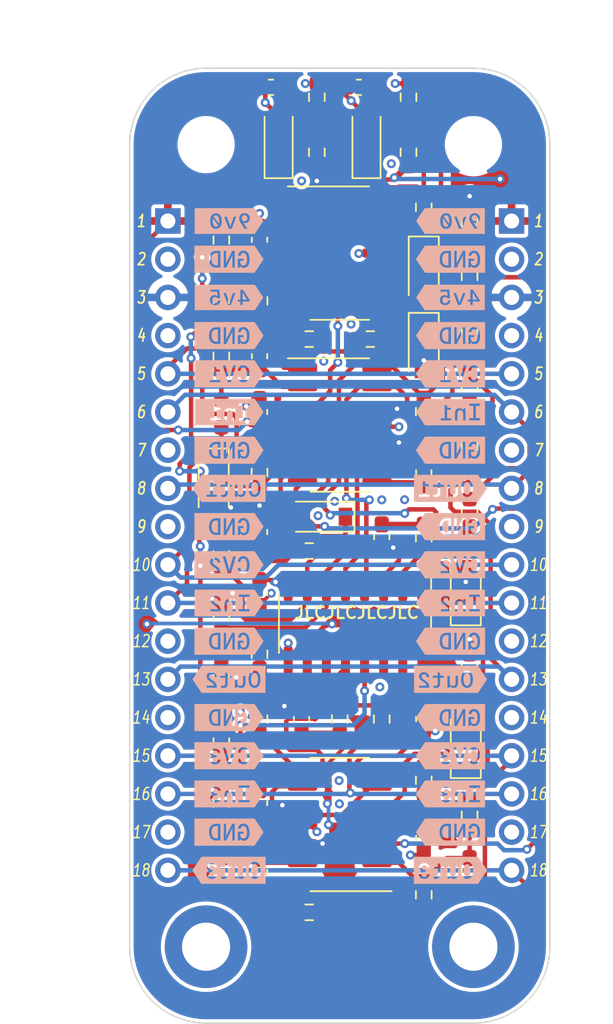
<source format=kicad_pcb>
(kicad_pcb (version 20211014) (generator pcbnew)
  (layers (0 "F.Cu" signal) (1 "In1.Cu" signal) (2 "In2.Cu" signal) (31 "B.Cu" signal) (34 "B.Paste" user) (35 "F.Paste" user) (36 "B.SilkS" user "B.Silkscreen") (37 "F.SilkS" user "F.Silkscreen") (38 "B.Mask" user) (39 "F.Mask" user) (44 "Edge.Cuts" user))
  (net 0 "")
  (net 1 "/+4.5V")
  (net 2 "Net-(C1-Pad2)")
  (net 3 "/VCA3 Lin/Bias_Sum_In")
  (net 4 "Net-(C2-Pad2)")
  (net 5 "Net-(C3-Pad2)")
  (net 6 "Net-(C4-Pad1)")
  (net 7 "/VCA3 Lin/SSI4_Out_Sum_In")
  (net 8 "Net-(C5-Pad1)")
  (net 9 "Net-(C5-Pad2)")
  (net 10 "/GND")
  (net 11 "/+9V")
  (net 12 "Net-(C7-Pad2)")
  (net 13 "Net-(C8-Pad1)")
  (net 14 "/VCA1 Exp/SSI1_Out_Sum_In")
  (net 15 "Net-(C9-Pad1)")
  (net 16 "Net-(C9-Pad2)")
  (net 17 "Net-(C11-Pad2)")
  (net 18 "Net-(C12-Pad1)")
  (net 19 "/VCA2 Exp/SSI2_Out_Sum_In")
  (net 20 "Net-(C13-Pad1)")
  (net 21 "Net-(C13-Pad2)")
  (net 22 "/+5.35V")
  (net 23 "/+5.35V_Buf")
  (net 24 "/VCA3 Lin/+2V")
  (net 25 "/VCA3 Lin/+2V_Buf")
  (net 26 "Net-(D1-Pad1)")
  (net 27 "/VCA3 Lin/VCA3 CV Processing/VCA3_CV_Biased")
  (net 28 "Net-(D2-Pad2)")
  (net 29 "Net-(D3-Pad1)")
  (net 30 "/VCA1 Exp/VCA1 CV Processing/VCA1_CV_Biased")
  (net 31 "Net-(D4-Pad2)")
  (net 32 "Net-(D5-Pad1)")
  (net 33 "/VCA2 Exp/VCA2 CV Processing/VCA2_CV_Biased")
  (net 34 "Net-(D6-Pad2)")
  (net 35 "/VCA1_CV")
  (net 36 "/VCA1_In")
  (net 37 "/VCA1_Out")
  (net 38 "/VCA2_CV")
  (net 39 "/VCA2_In")
  (net 40 "/VCA2_Out")
  (net 41 "/VCA3_CV")
  (net 42 "/VCA3_In")
  (net 43 "/VCA3_Out")
  (net 44 "Net-(R3-Pad2)")
  (net 45 "/VCA3 Lin/SSI34_CTRL")
  (net 46 "Net-(R7-Pad2)")
  (net 47 "Net-(R17-Pad2)")
  (net 48 "Net-(R22-Pad1)")
  (net 49 "Net-(R23-Pad2)")
  (net 50 "Net-(R27-Pad2)")
  (footprint "Diode_SMD:D_SOD-123" (layer "F.Cu") (at 67.818 59.1585 -90)
    (fp_text reference "D3" hide)
    (fp_text value "2.7V")
  )
  (footprint "Capacitor_SMD:C_0603_1608Metric_Pad1.08x0.95mm_HandSolder" (layer "F.Cu") (at 70.866 58.166 -90)
    (fp_text reference "C8" hide)
    (fp_text value "100p")
  )
  (footprint "Resistor_SMD:R_0603_1608Metric_Pad0.98x0.95mm_HandSolder" (layer "F.Cu") (at 54.356 77.0655 -90)
    (fp_text reference "R36" hide)
    (fp_text value "10k")
  )
  (footprint "Resistor_SMD:R_0603_1608Metric_Pad0.98x0.95mm_HandSolder" (layer "F.Cu") (at 70.866 50.927 -90)
    (fp_text reference "R26" hide)
    (fp_text value "10k")
  )
  (footprint "Resistor_SMD:R_0603_1608Metric_Pad0.98x0.95mm_HandSolder" (layer "F.Cu") (at 54.356 59.7935 90)
    (fp_text reference "R34" hide)
    (fp_text value "100k")
  )
  (footprint "MountingHole:MountingHole_3.2mm_M3_ISO14580_Pad" (layer "F.Cu") (at 53.34 99.06)
    (fp_text reference "H3" hide)
    (fp_text value "GND")
  )
  (footprint "MountingHole:MountingHole_3.2mm_M3" (layer "F.Cu") (at 71.12 45.72)
    (fp_text reference "H4" hide)
    (fp_text value "2")
  )
  (footprint "Resistor_SMD:R_0603_1608Metric_Pad0.98x0.95mm_HandSolder" (layer "F.Cu") (at 60.198 96.774)
    (fp_text reference "R10" hide)
    (fp_text value "1k")
  )
  (footprint "Resistor_SMD:R_0603_1608Metric_Pad0.98x0.95mm_HandSolder" (layer "F.Cu") (at 67.818 49.8875 90)
    (fp_text reference "R22" hide)
    (fp_text value "10")
  )
  (footprint "Capacitor_Tantalum_SMD:CP_EIA-3216-18_Kemet-A_Pad1.58x1.35mm_HandSolder" (layer "F.Cu") (at 64.008 45.466 90)
    (fp_text reference "C15" hide)
    (fp_text value "22u")
  )
  (footprint "Capacitor_SMD:C_0603_1608Metric_Pad1.08x0.95mm_HandSolder" (layer "F.Cu") (at 56.896 52.0465 -90)
    (fp_text reference "C10" hide)
    (fp_text value "100n")
  )
  (footprint "Resistor_SMD:R_0603_1608Metric_Pad0.98x0.95mm_HandSolder" (layer "F.Cu") (at 54.356 73.0015 -90)
    (fp_text reference "R28" hide)
    (fp_text value "220")
  )
  (footprint "Resistor_SMD:R_0603_1608Metric_Pad0.98x0.95mm_HandSolder" (layer "F.Cu") (at 70.866 61.849 90)
    (fp_text reference "R30" hide)
    (fp_text value "1k")
  )
  (footprint "Package_SO:SOIC-14_3.9x8.7mm_P1.27mm" (layer "F.Cu") (at 62.23 90.932 180)
    (fp_text reference "U2" hide)
    (fp_text value "TL074")
  )
  (footprint "Package_SO:SOIC-14_3.9x8.7mm_P1.27mm" (layer "F.Cu") (at 62.23 64.3655)
    (fp_text reference "U4" hide)
    (fp_text value "TL074")
  )
  (footprint "Capacitor_SMD:C_0603_1608Metric_Pad1.08x0.95mm_HandSolder" (layer "F.Cu") (at 54.356 56.1105 -90)
    (fp_text reference "C9" hide)
    (fp_text value "68p")
  )
  (footprint "Resistor_SMD:R_0603_1608Metric_Pad0.98x0.95mm_HandSolder" (layer "F.Cu") (at 66.802 42.5685 -90)
    (fp_text reference "R13" hide)
    (fp_text value "10k")
  )
  (footprint "Diode_SMD:D_SOD-123" (layer "F.Cu") (at 67.818 54.0785 -90)
    (fp_text reference "D4" hide)
    (fp_text value "1N4148")
  )
  (footprint "MountingHole:MountingHole_3.2mm_M3" (layer "F.Cu") (at 53.34 45.72)
    (fp_text reference "H2" hide)
    (fp_text value "1")
  )
  (footprint "Capacitor_SMD:C_0603_1608Metric_Pad1.08x0.95mm_HandSolder" (layer "F.Cu") (at 67.818 67.517 90)
    (fp_text reference "C12" hide)
    (fp_text value "100p")
  )
  (footprint "Diode_SMD:D_SOD-123" (layer "F.Cu") (at 70.612 85.598 90)
    (fp_text reference "D2" hide)
    (fp_text value "1N4148")
  )
  (footprint "Resistor_SMD:R_0603_1608Metric_Pad0.98x0.95mm_HandSolder" (layer "F.Cu") (at 54.356 85.4475 90)
    (fp_text reference "R3" hide)
    (fp_text value "100k")
  )
  (footprint "Resistor_SMD:R_0603_1608Metric_Pad0.98x0.95mm_HandSolder" (layer "F.Cu") (at 54.356 52.07 -90)
    (fp_text reference "R23" hide)
    (fp_text value "10")
  )
  (footprint "Capacitor_SMD:C_0603_1608Metric_Pad1.08x0.95mm_HandSolder" (layer "F.Cu") (at 56.896 89.5115 90)
    (fp_text reference "C2" hide)
    (fp_text value "100p")
  )
  (footprint "Package_SO:SOIC-16_3.9x9.9mm_P1.27mm" (layer "F.Cu") (at 63.246 77.5735 -90)
    (fp_text reference "U1" hide)
    (fp_text value "SSI2164-Split")
  )
  (footprint "Capacitor_SMD:C_0603_1608Metric_Pad1.08x0.95mm_HandSolder" (layer "F.Cu") (at 54.356 81.1295 90)
    (fp_text reference "C1" hide)
    (fp_text value "1n")
  )
  (footprint "Resistor_SMD:R_0603_1608Metric_Pad0.98x0.95mm_HandSolder" (layer "F.Cu") (at 56.896 67.517 -90)
    (fp_text reference "R35" hide)
    (fp_text value "100")
  )
  (footprint "Diode_SMD:D_SOD-123" (layer "F.Cu") (at 60.96 70.4615 180)
    (fp_text reference "D6" hide)
    (fp_text value "1N4148")
  )
  (footprint "Package_SO:SOIC-14_3.9x8.7mm_P1.27mm" (layer "F.Cu") (at 62.23 52.9355)
    (fp_text reference "U3" hide)
    (fp_text value "TL074")
  )
  (footprint "Capacitor_SMD:C_0603_1608Metric_Pad1.08x0.95mm_HandSolder" (layer "F.Cu") (at 56.896 75.5415 90)
    (fp_text reference "C19" hide)
    (fp_text value "100n")
  )
  (footprint "Diode_SMD:D_SOD-123" (layer "F.Cu") (at 53.848 68.1755 -90)
    (fp_text reference "D5" hide)
    (fp_text value "2.7V")
  )
  (footprint "Capacitor_SMD:C_0603_1608Metric_Pad1.08x0.95mm_HandSolder" (layer "F.Cu") (at 65.024 71.832 90)
    (fp_text reference "C7" hide)
    (fp_text value "1n")
  )
  (footprint "Resistor_SMD:R_0603_1608Metric_Pad0.98x0.95mm_HandSolder" (layer "F.Cu") (at 67.818 63.4765 90)
    (fp_text reference "R19" hide)
    (fp_text value "20k")
  )
  (footprint "Capacitor_SMD:C_0603_1608Metric_Pad1.08x0.95mm_HandSolder" (layer "F.Cu") (at 56.896 71.4775 -90)
    (fp_text reference "C11" hide)
    (fp_text value "1n")
  )
  (footprint "Resistor_SMD:R_0603_1608Metric_Pad0.98x0.95mm_HandSolder" (layer "F.Cu") (at 70.866 80.518 -90)
    (fp_text reference "R16" hide)
    (fp_text value "10k")
  )
  (footprint "Resistor_SMD:R_0603_1608Metric_Pad0.98x0.95mm_HandSolder" (layer "F.Cu") (at 56.896 56.1105 -90)
    (fp_text reference "R24" hide)
    (fp_text value "100k")
  )
  (footprint "Diode_SMD:D_SOD-123" (layer "F.Cu") (at 70.612 75.438 90)
    (fp_text reference "D1" hide)
    (fp_text value "2.7V")
  )
  (footprint "Capacitor_SMD:C_0603_1608Metric_Pad1.08x0.95mm_HandSolder" (layer "F.Cu") (at 56.896 59.7935 90)
    (fp_text reference "C13" hide)
    (fp_text value "68p")
  )
  (footprint "Capacitor_SMD:C_0603_1608Metric_Pad1.08x0.95mm_HandSolder" (layer "F.Cu") (at 63.5 41.91)
    (fp_text reference "C14" hide)
    (fp_text value "100n")
  )
  (footprint "Capacitor_SMD:C_0603_1608Metric_Pad1.08x0.95mm_HandSolder" (layer "F.Cu") (at 67.818 83.9235 90)
    (fp_text reference "C18" hide)
    (fp_text value "100n")
  )
  (footprint "Resistor_SMD:R_0603_1608Metric_Pad0.98x0.95mm_HandSolder" (layer "F.Cu") (at 54.356 63.6035 90)
    (fp_text reference "R31" hide)
    (fp_text value "200k")
  )
  (footprint "Resistor_SMD:R_0603_1608Metric_Pad0.98x0.95mm_HandSolder" (layer "F.Cu") (at 70.866 65.786 -90)
    (fp_text reference "R29" hide)
    (fp_text value "20k")
  )
  (footprint "Resistor_SMD:R_0603_1608Metric_Pad0.98x0.95mm_HandSolder" (layer "F.Cu") (at 66.802 46.228 -90)
    (fp_text reference "R12" hide)
    (fp_text value "6.8k")
  )
  (footprint "Resistor_SMD:R_0603_1608Metric_Pad0.98x0.95mm_HandSolder" (layer "F.Cu") (at 60.706 42.5685 -90)
    (fp_text reference "R2" hide)
    (fp_text value "12k")
  )
  (footprint "Resistor_SMD:R_0603_1608Metric_Pad0.98x0.95mm_HandSolder" (layer "F.Cu") (at 56.896 79.6055 -90)
    (fp_text reference "R4" hide)
    (fp_text value "220")
  )
  (footprint "Resistor_SMD:R_0603_1608Metric_Pad0.98x0.95mm_HandSolder" (layer "F.Cu") (at 65.024 83.9235 90)
    (fp_text reference "R7" hide)
    (fp_text value "20k")
  )
  (footprint "Resistor_SMD:R_0603_1608Metric_Pad0.98x0.95mm_HandSolder" (layer "F.Cu") (at 54.356 89.5115 -90)
    (fp_text reference "R5" hide)
    (fp_text value "100k")
  )
  (footprint "Capacitor_SMD:C_0603_1608Metric_Pad1.08x0.95mm_HandSolder" (layer "F.Cu") (at 57.658 41.91)
    (fp_text reference "C16" hide)
    (fp_text value "100n")
  )
  (footprint "Resistor_SMD:R_0603_1608Metric_Pad0.98x0.95mm_HandSolder" (layer "F.Cu") (at 54.356 94.0835 -90)
    (fp_text reference "R9" hide)
    (fp_text value "24k")
  )
  (footprint "MountingHole:MountingHole_3.2mm_M3_ISO14580_Pad" (layer "F.Cu") (at 71.12 99.06)
    (fp_text reference "H1" hide)
    (fp_text value "GND")
  )
  (footprint "Connector_PinHeader_2.54mm:PinHeader_1x18_P2.54mm_Vertical" (layer "F.Cu") (at 73.66 50.8)
    (fp_text reference "J2" hide)
    (fp_text value "Conn_01x18_Male")
  )
  (footprint "Capacitor_SMD:C_0603_1608Metric_Pad1.08x0.95mm_HandSolder" (layer "F.Cu") (at 70.866 94.03 -90)
    (fp_text reference "C5" hide)
    (fp_text value "68p")
  )
  (footprint "Resistor_SMD:R_0603_1608Metric_Pad0.98x0.95mm_HandSolder" (layer "F.Cu") (at 60.706 46.228 -90)
    (fp_text reference "R1" hide)
    (fp_text value "15k")
  )
  (footprint "Resistor_SMD:R_0603_1608Metric_Pad0.98x0.95mm_HandSolder" (layer "F.Cu") (at 70.866 70.2075 -90)
    (fp_text reference "R17" hide)
    (fp_text value "20k")
  )
  (footprint "Resistor_SMD:R_0603_1608Metric_Pad0.98x0.95mm_HandSolder" (layer "F.Cu") (at 70.866 54.483 90)
    (fp_text reference "R20" hide)
    (fp_text value "1k")
  )
  (footprint "Connector_PinHeader_2.54mm:PinHeader_1x18_P2.54mm_Vertical" (layer "F.Cu") (at 50.8 50.8)
    (fp_text reference "J1" hide)
    (fp_text value "Conn_01x18_Male")
  )
  (footprint "Capacitor_SMD:C_0603_1608Metric_Pad1.08x0.95mm_HandSolder" (layer "F.Cu") (at 56.896 63.503 -90)
    (fp_text reference "C20" hide)
    (fp_text value "100n")
  )
  (footprint "Resistor_SMD:R_0603_1608Metric_Pad0.98x0.95mm_HandSolder" (layer "F.Cu") (at 62.23 83.9235 90)
    (fp_text reference "R8" hide)
    (fp_text value "220")
  )
  (footprint "Resistor_SMD:R_0603_1608Metric_Pad0.98x0.95mm_HandSolder" (layer "F.Cu") (at 67.818 95.6075 -90)
    (fp_text reference "R14" hide)
    (fp_text value "100k")
  )
  (footprint "Resistor_SMD:R_0603_1608Metric_Pad0.98x0.95mm_HandSolder" (layer "F.Cu") (at 64.262 58.6505)
    (fp_text reference "R25" hide)
    (fp_text value "100")
  )
  (footprint "Capacitor_SMD:C_0603_1608Metric_Pad1.08x0.95mm_HandSolder" (layer "F.Cu") (at 67.818 91.821 90)
    (fp_text reference "C6" hide)
    (fp_text value "100n")
  )
  (footprint "Resistor_SMD:R_0603_1608Metric_Pad0.98x0.95mm_HandSolder" (layer "F.Cu") (at 60.198 58.6505)
    (fp_text reference "R21" hide)
    (fp_text value "200k")
  )
  (footprint "Resistor_SMD:R_0603_1608Metric_Pad0.98x0.95mm_HandSolder" (layer "F.Cu") (at 56.896 83.9235 90)
    (fp_text reference "R6" hide)
    (fp_text value "1k")
  )
  (footprint "Resistor_SMD:R_0603_1608Metric_Pad0.98x0.95mm_HandSolder" (layer "F.Cu") (at 67.818 71.8585 -90)
    (fp_text reference "R18" hide)
    (fp_text value "220")
  )
  (footprint "Capacitor_SMD:C_0603_1608Metric_Pad1.08x0.95mm_HandSolder" (layer "F.Cu") (at 59.69 83.9235 -90)
    (fp_text reference "C3" hide)
    (fp_text value "1n")
  )
  (footprint "Resistor_SMD:R_0603_1608Metric_Pad0.98x0.95mm_HandSolder" (layer "F.Cu") (at 70.866 90.3205 -90)
    (fp_text reference "R11" hide)
    (fp_text value "200k")
  )
  (footprint "Resistor_SMD:R_0603_1608Metric_Pad0.98x0.95mm_HandSolder" (layer "F.Cu") (at 67.818 87.9875 90)
    (fp_text reference "R15" hide)
    (fp_text value "100")
  )
  (footprint "Capacitor_Tantalum_SMD:CP_EIA-3216-18_Kemet-A_Pad1.58x1.35mm_HandSolder" (layer "F.Cu") (at 58.166 45.466 90)
    (fp_text reference "C17" hide)
    (fp_text value "22u")
  )
  (footprint "Resistor_SMD:R_0603_1608Metric_Pad0.98x0.95mm_HandSolder" (layer "F.Cu") (at 60.198 72.7475)
    (fp_text reference "R27" hide)
    (fp_text value "20k")
  )
  (footprint "Capacitor_SMD:C_0603_1608Metric_Pad1.08x0.95mm_HandSolder" (layer "F.Cu") (at 56.896 94.0835 90)
    (fp_text reference "C4" hide)
    (fp_text value "100p")
  )
  (footprint "kibuzzard-666B0D3F" (layer "B.Cu") (at 54.864 50.8 180)
    (fp_text reference "kibuzzard-666B0D3F" hide)
    (fp_text value "G***" hide)
  )
  (footprint "kibuzzard-666B0D4B" (layer "B.Cu") (at 54.864 91.44 180)
    (fp_text reference "kibuzzard-666B0D4B" hide)
    (fp_text value "G***" hide)
  )
  (footprint "kibuzzard-666B105D" (layer "B.Cu") (at 69.596 81.28 180)
    (fp_text reference "kibuzzard-666B105D" hide)
    (fp_text value "G***" hide)
  )
  (footprint "kibuzzard-666B0FB2" (layer "B.Cu") (at 54.864 73.66 180)
    (fp_text reference "kibuzzard-666B0FB2" hide)
    (fp_text value "G***" hide)
  )
  (footprint "kibuzzard-666B107B" (layer "B.Cu") (at 69.596 93.98 180)
    (fp_text reference "kibuzzard-666B107B" hide)
    (fp_text value "G***" hide)
  )
  (footprint "kibuzzard-666B0D69" (layer "B.Cu") (at 69.596 71.12 180)
    (fp_text reference "kibuzzard-666B0D69" hide)
    (fp_text value "G***" hide)
  )
  (footprint "kibuzzard-666B0E3A" (layer "B.Cu") (at 54.864 63.5 180)
    (fp_text reference "kibuzzard-666B0E3A" hide)
    (fp_text value "G***" hide)
  )
  (footprint "kibuzzard-666B0FCE" (layer "B.Cu") (at 54.864 86.36 180)
    (fp_text reference "kibuzzard-666B0FCE" hide)
    (fp_text value "G***" hide)
  )
  (footprint "kibuzzard-666B0D69" (layer "B.Cu") (at 69.596 78.74 180)
    (fp_text reference "kibuzzard-666B0D69" hide)
    (fp_text value "G***" hide)
  )
  (footprint "kibuzzard-666B0D4B" (layer "B.Cu") (at 54.864 71.12 180)
    (fp_text reference "kibuzzard-666B0D4B" hide)
    (fp_text value "G***" hide)
  )
  (footprint "kibuzzard-666B0D69" (layer "B.Cu") (at 69.596 53.34 180)
    (fp_text reference "kibuzzard-666B0D69" hide)
    (fp_text value "G***" hide)
  )
  (footprint "kibuzzard-666B0D69" (layer "B.Cu") (at 69.596 66.04 180)
    (fp_text reference "kibuzzard-666B0D69" hide)
    (fp_text value "G***" hide)
  )
  (footprint "kibuzzard-666B0FFF" (layer "B.Cu") (at 69.596 63.5 180)
    (fp_text reference "kibuzzard-666B0FFF" hide)
    (fp_text value "G***" hide)
  )
  (footprint "kibuzzard-666B0D69" (layer "B.Cu") (at 69.596 83.82 180)
    (fp_text reference "kibuzzard-666B0D69" hide)
    (fp_text value "G***" hide)
  )
  (footprint "kibuzzard-666B0D6E" (layer "B.Cu") (at 69.596 55.88 180)
    (fp_text reference "kibuzzard-666B0D6E" hide)
    (fp_text value "G***" hide)
  )
  (footprint "kibuzzard-666B0D54" (layer "B.Cu") (at 54.864 55.88 180)
    (fp_text reference "kibuzzard-666B0D54" hide)
    (fp_text value "G***" hide)
  )
  (footprint "kibuzzard-666B1074" (layer "B.Cu") (at 69.596 88.9 180)
    (fp_text reference "kibuzzard-666B1074" hide)
    (fp_text value "G***" hide)
  )
  (footprint "kibuzzard-666B0D69" (layer "B.Cu") (at 69.596 58.42 180)
    (fp_text reference "kibuzzard-666B0D69" hide)
    (fp_text value "G***" hide)
  )
  (footprint "kibuzzard-666B0FB7" (layer "B.Cu") (at 54.864 76.2 180)
    (fp_text reference "kibuzzard-666B0FB7" hide)
    (fp_text value "G***" hide)
  )
  (footprint "kibuzzard-666B106F" (layer "B.Cu") (at 69.596 86.36 180)
    (fp_text reference "kibuzzard-666B106F" hide)
    (fp_text value "G***" hide)
  )
  (footprint "kibuzzard-666B0E01" (layer "B.Cu") (at 69.596 68.58 180)
    (fp_text reference "kibuzzard-666B0E01" hide)
    (fp_text value "G***" hide)
  )
  (footprint "kibuzzard-666B0E2E" (layer "B.Cu") (at 54.864 60.96 180)
    (fp_text reference "kibuzzard-666B0E2E" hide)
    (fp_text value "G***" hide)
  )
  (footprint "kibuzzard-666B0D4B" (layer "B.Cu") (at 54.864 78.74 180)
    (fp_text reference "kibuzzard-666B0D4B" hide)
    (fp_text value "G***" hide)
  )
  (footprint "kibuzzard-666B0D69" (layer "B.Cu") (at 69.596 91.44 180)
    (fp_text reference "kibuzzard-666B0D69" hide)
    (fp_text value "G***" hide)
  )
  (footprint "kibuzzard-666B0FF4" (layer "B.Cu") (at 69.596 60.96 180)
    (fp_text reference "kibuzzard-666B0FF4" hide)
    (fp_text value "G***" hide)
  )
  (footprint "kibuzzard-666B0D4B" (layer "B.Cu") (at 54.864 58.42 180)
    (fp_text reference "kibuzzard-666B0D4B" hide)
    (fp_text value "G***" hide)
  )
  (footprint "kibuzzard-666B0D4B" (layer "B.Cu") (at 54.864 83.82 180)
    (fp_text reference "kibuzzard-666B0D4B" hide)
    (fp_text value "G***" hide)
  )
  (footprint "kibuzzard-666B0D4B" (layer "B.Cu") (at 54.864 53.34 180)
    (fp_text reference "kibuzzard-666B0D4B" hide)
    (fp_text value "G***" hide)
  )
  (footprint "kibuzzard-666B1057" (layer "B.Cu") (at 69.596 76.2 180)
    (fp_text reference "kibuzzard-666B1057" hide)
    (fp_text value "G***" hide)
  )
  (footprint "kibuzzard-666B0DD6" (layer "B.Cu") (at 54.864 68.58 180)
    (fp_text reference "kibuzzard-666B0DD6" hide)
    (fp_text value "G***" hide)
  )
  (footprint "kibuzzard-666B0FD4" (layer "B.Cu") (at 54.864 88.9 180)
    (fp_text reference "kibuzzard-666B0FD4" hide)
    (fp_text value "G***" hide)
  )
  (footprint "kibuzzard-666B0D4B" (layer "B.Cu") (at 54.864 66.04 180)
    (fp_text reference "kibuzzard-666B0D4B" hide)
    (fp_text value "G***" hide)
  )
  (footprint "kibuzzard-666B1051" (layer "B.Cu") (at 69.596 73.66 180)
    (fp_text reference "kibuzzard-666B1051" hide)
    (fp_text value "G***" hide)
  )
  (footprint "kibuzzard-666B0D65" (layer "B.Cu") (at 69.596 50.8 180)
    (fp_text reference "kibuzzard-666B0D65" hide)
    (fp_text value "G***" hide)
  )
  (footprint "kibuzzard-666B0FBD" (layer "B.Cu") (at 54.864 81.28 180)
    (fp_text reference "kibuzzard-666B0FBD" hide)
    (fp_text value "G***" hide)
  )
  (footprint "kibuzzard-666B0FDA" (layer "B.Cu") (at 54.864 93.98 180)
    (fp_text reference "kibuzzard-666B0FDA" hide)
    (fp_text value "G***" hide)
  )
  (gr_arc (start 71.12 40.64) (mid 74.712102 42.127898) (end 76.2 45.72) (layer "Edge.Cuts") (width 0.1))
  (gr_arc (start 53.34 104.14) (mid 49.747898 102.652102) (end 48.26 99.06) (layer "Edge.Cuts") (width 0.1))
  (gr_line (start 76.2 99.06) (end 76.2 45.72) (layer "Edge.Cuts") (width 0.1))
  (gr_line (start 53.34 104.14) (end 71.12 104.14) (layer "Edge.Cuts") (width 0.1))
  (gr_line (start 48.26 45.72) (end 48.26 99.06) (layer "Edge.Cuts") (width 0.1))
  (gr_line (start 71.12 40.64) (end 53.34 40.64) (layer "Edge.Cuts") (width 0.1))
  (gr_arc (start 76.2 99.06) (mid 74.712102 102.652102) (end 71.12 104.14) (layer "Edge.Cuts") (width 0.1))
  (gr_arc (start 48.26 45.72) (mid 49.747898 42.127898) (end 53.34 40.64) (layer "Edge.Cuts") (width 0.1))
  (gr_text "4" (at 75.438 58.42) (layer "F.SilkS") (effects (font (size 0.8 0.6) (thickness 0.12) italic)))
  (gr_text "1" (at 75.438 50.8) (layer "F.SilkS") (effects (font (size 0.8 0.6) (thickness 0.12) italic)))
  (gr_text "13" (at 49.022 81.28) (layer "F.SilkS") (effects (font (size 0.8 0.6) (thickness 0.1) italic)))
  (gr_text "13" (at 75.438 81.28) (layer "F.SilkS") (effects (font (size 0.8 0.6) (thickness 0.1) italic)))
  (gr_text "18" (at 49.022 93.98) (layer "F.SilkS") (effects (font (size 0.8 0.6) (thickness 0.1) italic)))
  (gr_text "9" (at 49.022 71.12) (layer "F.SilkS") (effects (font (size 0.8 0.6) (thickness 0.12) italic)))
  (gr_text "3" (at 75.438 55.88) (layer "F.SilkS") (effects (font (size 0.8 0.6) (thickness 0.12) italic)))
  (gr_text "8" (at 75.438 68.58) (layer "F.SilkS") (effects (font (size 0.8 0.6) (thickness 0.12) italic)))
  (gr_text "10\n" (at 49.022 73.66) (layer "F.SilkS") (effects (font (size 0.8 0.6) (thickness 0.1) italic)))
  (gr_text "16" (at 75.438 88.9) (layer "F.SilkS") (effects (font (size 0.8 0.6) (thickness 0.1) italic)))
  (gr_text "2" (at 75.438 53.34) (layer "F.SilkS") (effects (font (size 0.8 0.6) (thickness 0.12) italic)))
  (gr_text "3" (at 49.022 55.88) (layer "F.SilkS") (effects (font (size 0.8 0.6) (thickness 0.12) italic)))
  (gr_text "7" (at 49.022 66.04) (layer "F.SilkS") (effects (font (size 0.8 0.6) (thickness 0.12) italic)))
  (gr_text "17" (at 75.438 91.44) (layer "F.SilkS") (effects (font (size 0.8 0.6) (thickness 0.1) italic)))
  (gr_text "12" (at 49.022 78.74) (layer "F.SilkS") (effects (font (size 0.8 0.6) (thickness 0.1) italic)))
  (gr_text "11\n" (at 49.022 76.2) (layer "F.SilkS") (effects (font (size 0.8 0.6) (thickness 0.1) italic)))
  (gr_text "15" (at 75.438 86.36) (layer "F.SilkS") (effects (font (size 0.8 0.6) (thickness 0.1) italic)))
  (gr_text "10\n" (at 75.438 73.66) (layer "F.SilkS") (effects (font (size 0.8 0.6) (thickness 0.1) italic)))
  (gr_text "11\n" (at 75.438 76.2) (layer "F.SilkS") (effects (font (size 0.8 0.6) (thickness 0.1) italic)))
  (gr_text "6" (at 75.438 63.5) (layer "F.SilkS") (effects (font (size 0.8 0.6) (thickness 0.12) italic)))
  (gr_text "17" (at 49.022 91.44) (layer "F.SilkS") (effects (font (size 0.8 0.6) (thickness 0.1) italic)))
  (gr_text "9" (at 75.438 71.12) (layer "F.SilkS") (effects (font (size 0.8 0.6) (thickness 0.12) italic)))
  (gr_text "6" (at 49.022 63.5) (layer "F.SilkS") (effects (font (size 0.8 0.6) (thickness 0.12) italic)))
  (gr_text "18" (at 75.438 93.98) (layer "F.SilkS") (effects (font (size 0.8 0.6) (thickness 0.1) italic)))
  (gr_text "14" (at 49.022 83.82) (layer "F.SilkS") (effects (font (size 0.8 0.6) (thickness 0.1) italic)))
  (gr_text "5" (at 75.438 60.96) (layer "F.SilkS") (effects (font (size 0.8 0.6) (thickness 0.12) italic)))
  (gr_text "7" (at 75.438 66.04) (layer "F.SilkS") (effects (font (size 0.8 0.6) (thickness 0.12) italic)))
  (gr_text "1" (at 49.022 50.8) (layer "F.SilkS") (effects (font (size 0.8 0.6) (thickness 0.12) italic)))
  (gr_text "14" (at 75.438 83.82) (layer "F.SilkS") (effects (font (size 0.8 0.6) (thickness 0.1) italic)))
  (gr_text "4" (at 49.022 58.42) (layer "F.SilkS") (effects (font (size 0.8 0.6) (thickness 0.12) italic)))
  (gr_text "12" (at 75.438 78.74) (layer "F.SilkS") (effects (font (size 0.8 0.6) (thickness 0.1) italic)))
  (gr_text "JLCJLCJLCJLC" (at 63.373 76.835) (layer "F.SilkS") (effects (font (size 0.8 0.8))))
  (gr_text "5" (at 49.022 60.96) (layer "F.SilkS") (effects (font (size 0.8 0.6) (thickness 0.12) italic)))
  (gr_text "2" (at 49.022 53.34) (layer "F.SilkS") (effects (font (size 0.8 0.6) (thickness 0.12) italic)))
  (gr_text "16" (at 49.022 88.9) (layer "F.SilkS") (effects (font (size 0.8 0.6) (thickness 0.1) italic)))
  (gr_text "8" (at 49.022 68.58) (layer "F.SilkS") (effects (font (size 0.8 0.6) (thickness 0.12) italic)))
  (gr_text "15" (at 49.022 86.36) (layer "F.SilkS") (effects (font (size 0.8 0.6) (thickness 0.1) italic)))
  (segment (start 54.991 69.85) (end 53.8725 69.85) (width 0.3) (layer "F.Cu") (net 1))
  (segment (start 57.835554 74.679) (end 56.896 74.679) (width 0.3) (layer "F.Cu") (net 1))
  (segment (start 59.687 83.058) (end 59.69 83.061) (width 0.3) (layer "F.Cu") (net 1))
  (segment (start 70.612 73.788) (end 70.612 74.803) (width 0.3) (layer "F.Cu") (net 1))
  (segment (start 59.755 92.202) (end 61.087 92.202) (width 0.3) (layer "F.Cu") (net 1))
  (segment (start 66.0635 65.6355) (end 64.705 65.6355) (width 0.3) (layer "F.Cu") (net 1))
  (segment (start 60.706 47.1405) (end 60.706 48.133) (width 0.3) (layer "F.Cu") (net 1))
  (segment (start 65.854 63.0955) (end 64.705 63.0955) (width 0.3) (layer "F.Cu") (net 1))
  (segment (start 70.866 50.0145) (end 70.866 49.149) (width 0.3) (layer "F.Cu") (net 1))
  (segment (start 54.356 76.153) (end 54.501 76.153) (width 0.3) (layer "F.Cu") (net 1))
  (segment (start 67.818 60.8085) (end 67.818 60.071) (width 0.3) (layer "F.Cu") (net 1))
  (segment (start 66.04 63.2815) (end 65.854 63.0955) (width 0.3) (layer "F.Cu") (net 1))
  (segment (start 58.547 83.058) (end 59.687 83.058) (width 0.3) (layer "F.Cu") (net 1))
  (segment (start 56.896 70.615) (end 56.896 69.723) (width 0.3) (layer "F.Cu") (net 1))
  (segment (start 66.167 65.532) (end 66.0635 65.6355) (width 0.3) (layer "F.Cu") (net 1))
  (segment (start 70.866 79.6055) (end 70.866 78.613) (width 0.3) (layer "F.Cu") (net 1))
  (segment (start 58.506229 74.803729) (end 58.801 75.0985) (width 0.3) (layer "F.Cu") (net 1))
  (segment (start 54.501103 81.992) (end 54.356 81.992) (width 0.3) (layer "F.Cu") (net 1))
  (segment (start 54.501 76.153) (end 55.1035 75.5505) (width 0.3) (layer "F.Cu") (net 1))
  (segment (start 55.340103 81.153) (end 54.501103 81.992) (width 0.3) (layer "F.Cu") (net 1))
  (segment (start 53.8725 69.85) (end 53.848 69.8255) (width 0.3) (layer "F.Cu") (net 1))
  (segment (start 58.413485 89.647821) (end 59.740821 89.647821) (width 0.3) (layer "F.Cu") (net 1))
  (segment (start 65.786 72.517) (end 65.2015 72.517) (width 0.3) (layer "F.Cu") (net 1))
  (segment (start 65.2015 72.517) (end 65.024 72.6945) (width 0.3) (layer "F.Cu") (net 1))
  (segment (start 57.960283 74.803729) (end 58.506229 74.803729) (width 0.3) (layer "F.Cu") (net 1))
  (segment (start 59.740821 89.647821) (end 59.755 89.662) (width 0.3) (layer "F.Cu") (net 1))
  (segment (start 57.960283 74.803729) (end 57.835554 74.679) (width 0.3) (layer "F.Cu") (net 1))
  (via (at 58.547 83.058) (size 0.6) (drill 0.3) (layers "F.Cu" "B.Cu") (net 1))
  (via (at 57.960283 74.803729) (size 0.6) (drill 0.3) (layers "F.Cu" "B.Cu") (net 1))
  (via (at 60.706 48.133) (size 0.6) (drill 0.3) (layers "F.Cu" "B.Cu") (net 1))
  (via (at 56.896 69.723) (size 0.6) (drill 0.3) (layers "F.Cu" "B.Cu") (net 1))
  (via (at 66.167 65.532) (size 0.6) (drill 0.3) (layers "F.Cu" "B.Cu") (net 1))
  (via (at 54.991 69.85) (size 0.6) (drill 0.3) (layers "F.Cu" "B.Cu") (net 1))
  (via (at 61.087 92.202) (size 0.6) (drill 0.3) (layers "F.Cu" "B.Cu") (net 1))
  (via (at 58.413485 89.647821) (size 0.6) (drill 0.3) (layers "F.Cu" "B.Cu") (net 1))
  (via (at 70.866 78.613) (size 0.6) (drill 0.3) (layers "F.Cu" "B.Cu") (net 1))
  (via (at 65.786 72.517) (size 0.6) (drill 0.3) (layers "F.Cu" "B.Cu") (net 1))
  (via (at 55.340103 81.153) (size 0.6) (drill 0.3) (layers "F.Cu" "B.Cu") (net 1))
  (via (at 70.612 74.803) (size 0.6) (drill 0.3) (layers "F.Cu" "B.Cu") (net 1))
  (via (at 67.818 60.071) (size 0.6) (drill 0.3) (layers "F.Cu" "B.Cu") (net 1))
  (via (at 70.866 49.149) (size 0.6) (drill 0.3) (layers "F.Cu" "B.Cu") (net 1))
  (via (at 55.1035 75.5505) (size 0.6) (drill 0.3) (layers "F.Cu" "B.Cu") (net 1))
  (via (at 66.04 63.2815) (size 0.6) (drill 0.3) (layers "F.Cu" "B.Cu") (net 1))
  (segment (start 56.896 78.693) (end 55.93 78.693) (width 0.3) (layer "F.Cu") (net 2))
  (segment (start 55.93 78.693) (end 54.356 80.267) (width 0.3) (layer "F.Cu") (net 2))
  (segment (start 58.928 85.979) (end 58.674 85.725) (width 0.3) (layer "F.Cu") (net 3))
  (segment (start 58.674 85.725) (end 58.674 84.074) (width 0.3) (layer "F.Cu") (net 3))
  (segment (start 56.896 90.374) (end 57.721 89.549) (width 0.3) (layer "F.Cu") (net 3))
  (segment (start 57.721 89.549) (end 57.721 88.773) (width 0.3) (layer "F.Cu") (net 3))
  (segment (start 60.198 88.392) (end 61.087 87.503) (width 0.3) (layer "F.Cu") (net 3))
  (segment (start 62.611 80.518) (end 62.611 80.0485) (width 0.3) (layer "F.Cu") (net 3))
  (segment (start 60.706 85.979) (end 58.928 85.979) (width 0.3) (layer "F.Cu") (net 3))
  (segment (start 58.102 88.392) (end 59.755 88.392) (width 0.3) (layer "F.Cu") (net 3))
  (segment (start 58.801 83.947) (end 60.579 83.947) (width 0.2) (layer "F.Cu") (net 3))
  (segment (start 61.087 86.36) (end 60.706 85.979) (width 0.3) (layer "F.Cu") (net 3))
  (segment (start 60.706 83.82) (end 60.706 82.423) (width 0.3) (layer "F.Cu") (net 3))
  (segment (start 58.674 84.074) (end 58.801 83.947) (width 0.2) (layer "F.Cu") (net 3))
  (segment (start 60.706 82.423) (end 62.611 80.518) (width 0.3) (layer "F.Cu") (net 3))
  (segment (start 54.406 90.374) (end 54.356 90.424) (width 0.3) (layer "F.Cu") (net 3))
  (segment (start 59.755 88.392) (end 60.198 88.392) (width 0.3) (layer "F.Cu") (net 3))
  (segment (start 57.721 88.773) (end 58.102 88.392) (width 0.3) (layer "F.Cu") (net 3))
  (segment (start 61.087 87.503) (end 61.087 86.36) (width 0.3) (layer "F.Cu") (net 3))
  (segment (start 56.896 90.374) (end 54.406 90.374) (width 0.3) (layer "F.Cu") (net 3))
  (segment (start 60.579 83.947) (end 60.706 83.82) (width 0.3) (layer "F.Cu") (net 3))
  (segment (start 59.182 87.122) (end 56.896 84.836) (width 0.3) (layer "F.Cu") (net 4))
  (segment (start 57.912 87.122) (end 59.755 87.122) (width 0.3) (layer "F.Cu") (net 4))
  (segment (start 56.896 88.649) (end 56.896 88.138) (width 0.3) (layer "F.Cu") (net 4))
  (segment (start 56.896 88.138) (end 57.912 87.122) (width 0.3) (layer "F.Cu") (net 4))
  (segment (start 59.755 87.122) (end 59.182 87.122) (width 0.3) (layer "F.Cu") (net 4))
  (segment (start 62.23 84.836) (end 59.74 84.836) (width 0.3) (layer "F.Cu") (net 5))
  (segment (start 59.74 84.836) (end 59.69 84.786) (width 0.3) (layer "F.Cu") (net 5))
  (segment (start 56.846 94.996) (end 56.896 94.946) (width 0.3) (layer "F.Cu") (net 6))
  (segment (start 54.356 94.996) (end 56.846 94.996) (width 0.3) (layer "F.Cu") (net 6))
  (segment (start 57.1 94.742) (end 56.896 94.946) (width 0.3) (layer "F.Cu") (net 6))
  (segment (start 59.755 94.742) (end 57.1 94.742) (width 0.3) (layer "F.Cu") (net 6))
  (segment (start 59.2855 95.2115) (end 59.755 94.742) (width 0.3) (layer "F.Cu") (net 6))
  (segment (start 59.2855 96.774) (end 59.2855 95.2115) (width 0.3) (layer "F.Cu") (net 6))
  (segment (start 56.896 93.221) (end 54.406 93.221) (width 0.3) (layer "F.Cu") (net 7))
  (segment (start 52.705 88.646) (end 52.705 91.52) (width 0.3) (layer "F.Cu") (net 7))
  (segment (start 63.881 82.042) (end 63.881 80.0485) (width 0.3) (layer "F.Cu") (net 7))
  (segment (start 54.406 93.221) (end 54.356 93.171) (width 0.3) (layer "F.Cu") (net 7))
  (segment (start 52.705 91.52) (end 54.356 93.171) (width 0.3) (layer "F.Cu") (net 7))
  (segment (start 53.5895 87.7615) (end 52.705 88.646) (width 0.3) (layer "F.Cu") (net 7))
  (segment (start 55.626 84.328) (end 55.626 87.376) (width 0.3) (layer "F.Cu") (net 7))
  (segment (start 55.2405 87.7615) (end 53.5895 87.7615) (width 0.3) (layer "F.Cu") (net 7))
  (segment (start 59.755 93.472) (end 57.147 93.472) (width 0.3) (layer "F.Cu") (net 7))
  (segment (start 57.147 93.472) (end 56.896 93.221) (width 0.3) (layer "F.Cu") (net 7))
  (segment (start 55.626 87.376) (end 55.2405 87.7615) (width 0.3) (layer "F.Cu") (net 7))
  (via (at 63.881 82.042) (size 0.6) (drill 0.3) (layers "F.Cu" "B.Cu") (net 7))
  (via (at 55.626 84.328) (size 0.6) (drill 0.3) (layers "F.Cu" "B.Cu") (net 7))
  (segment (start 63.881 83.566) (end 63.119 84.328) (width 0.3) (layer "B.Cu") (net 7))
  (segment (start 63.881 82.042) (end 63.881 83.566) (width 0.3) (layer "B.Cu") (net 7))
  (segment (start 63.119 84.328) (end 55.626 84.328) (width 0.3) (layer "B.Cu") (net 7))
  (segment (start 69.3455 93.1675) (end 67.818 94.695) (width 0.3) (layer "F.Cu") (net 8))
  (segment (start 67.39 94.695) (end 66.167 93.472) (width 0.3) (layer "F.Cu") (net 8))
  (segment (start 70.866 93.1675) (end 69.3455 93.1675) (width 0.3) (layer "F.Cu") (net 8))
  (segment (start 70.866 91.233) (end 70.866 93.1675) (width 0.3) (layer "F.Cu") (net 8))
  (segment (start 67.818 94.695) (end 67.39 94.695) (width 0.3) (layer "F.Cu") (net 8))
  (segment (start 66.167 93.472) (end 64.705 93.472) (width 0.3) (layer "F.Cu") (net 8))
  (segment (start 67.818 96.52) (end 66.483 96.52) (width 0.3) (layer "F.Cu") (net 9))
  (segment (start 68.199 88.9) (end 67.818 88.9) (width 0.3) (layer "F.Cu") (net 9))
  (segment (start 70.438 94.8925) (end 70.866 94.8925) (width 0.3) (layer "F.Cu") (net 9))
  (segment (start 71.7035 90.2455) (end 69.5445 90.2455) (width 0.3) (layer "F.Cu") (net 9))
  (segment (start 71.882 90.424) (end 71.7035 90.2455) (width 0.3) (layer "F.Cu") (net 9))
  (segment (start 71.882 94.488) (end 71.882 90.424) (width 0.3) (layer "F.Cu") (net 9))
  (segment (start 68.8105 96.52) (end 70.438 94.8925) (width 0.3) (layer "F.Cu") (net 9))
  (segment (start 67.818 96.52) (end 68.8105 96.52) (width 0.3) (layer "F.Cu") (net 9))
  (segment (start 66.483 96.52) (end 64.705 94.742) (width 0.3) (layer "F.Cu") (net 9))
  (segment (start 70.866 94.8925) (end 71.4775 94.8925) (width 0.3) (layer "F.Cu") (net 9))
  (segment (start 69.5445 90.2455) (end 68.199 88.9) (width 0.3) (layer "F.Cu") (net 9))
  (segment (start 71.4775 94.8925) (end 71.882 94.488) (width 0.3) (layer "F.Cu") (net 9))
  (segment (start 60.706 41.656) (end 59.944 41.656) (width 0.3) (layer "F.Cu") (net 10))
  (segment (start 63.5235 52.9355) (end 63.5 52.959) (width 0.3) (layer "F.Cu") (net 10))
  (segment (start 64.82 64.4805) (end 64.705 64.3655) (width 0.3) (layer "F.Cu") (net 10))
  (segment (start 66.167 64.4805) (end 64.82 64.4805) (width 0.3) (layer "F.Cu") (net 10))
  (segment (start 57.277 42.3915) (end 56.7955 41.91) (width 0.3) (layer "F.Cu") (net 10))
  (segment (start 64.705 52.9355) (end 63.5235 52.9355) (width 0.3) (layer "F.Cu") (net 10))
  (segment (start 62.6375 42.4445) (end 62.992 42.799) (width 0.3) (layer "F.Cu") (net 10))
  (segment (start 57.277 42.926) (end 57.277 42.3915) (width 0.3) (layer "F.Cu") (net 10))
  (segment (start 60.710974 91.415842) (end 60.227132 90.932) (width 0.25) (layer "F.Cu") (net 10))
  (segment (start 65.913 41.656) (end 66.802 41.656) (width 0.3) (layer "F.Cu") (net 10))
  (segment (start 56.007 63.119) (end 56.4855 62.6405) (width 0.3) (layer "F.Cu") (net 10))
  (segment (start 57.674734 75.5505) (end 56.896 76.329234) (width 0.25) (layer "F.Cu") (net 10))
  (segment (start 58.801 80.0485) (end 58.801 78.867) (width 0.3) (layer "F.Cu") (net 10))
  (segment (start 67.818 84.786) (end 68.503 84.786) (width 0.25) (layer "F.Cu") (net 10))
  (segment (start 56.896 50.292) (end 56.896 51.184) (width 0.3) (layer "F.Cu") (net 10))
  (segment (start 64.008 44.0285) (end 64.008 43.815) (width 0.3) (layer "F.Cu") (net 10))
  (segment (start 68.503 84.786) (end 68.58 84.709) (width 0.25) (layer "F.Cu") (net 10))
  (segment (start 66.929 92.964) (end 67.5375 92.964) (width 0.3) (layer "F.Cu") (net 10))
  (segment (start 64.008 43.815) (end 62.992 42.799) (width 0.3) (layer "F.Cu") (net 10))
  (segment (start 58.166 43.815) (end 57.277 42.926) (width 0.3) (layer "F.Cu") (net 10))
  (segment (start 60.227132 90.932) (end 59.755 90.932) (width 0.25) (layer "F.Cu") (net 10))
  (segment (start 62.6375 41.91) (end 62.6375 42.4445) (width 0.3) (layer "F.Cu") (net 10))
  (segment (start 58.166 44.0285) (end 58.166 43.815) (width 0.3) (layer "F.Cu") (net 10))
  (segment (start 56.4855 62.6405) (end 56.896 62.6405) (width 0.3) (layer "F.Cu") (net 10))
  (segment (start 56.896 76.329234) (end 56.896 76.404) (width 0.25) (layer "F.Cu") (net 10))
  (segment (start 67.5375 92.964) (end 67.818 92.6835) (width 0.3) (layer "F.Cu") (net 10))
  (via (at 66.929 92.964) (size 0.6) (drill 0.3) (layers "F.Cu" "B.Cu") (net 10))
  (via (at 61.893942 69.438753) (size 0.6) (drill 0.3) (layers "F.Cu" "B.Cu") (net 10))
  (via (at 60.788115 70.396243) (size 0.6) (drill 0.3) (layers "F.Cu" "B.Cu") (net 10))
  (via (at 55.626 83.439) (size 0.6) (drill 0.3) (layers "F.Cu" "B.Cu") (net 10))
  (via (at 64.897 81.788) (size 0.6) (drill 0.3) (layers "F.Cu" "B.Cu") (net 10))
  (via (at 59.694 48.133) (size 0.6) (drill 0.3) (layers "F.Cu" "B.Cu") (net 10))
  (via (at 65.659 46.99) (size 0.6) (drill 0.3) (layers "F.Cu" "B.Cu") (net 10))
  (via (at 60.710974 91.415842) (size 0.6) (drill 0.3) (layers "F.Cu" "B.Cu") (net 10))
  (via (at 66.542386 69.333872) (size 0.6) (drill 0.3) (layers "F.Cu" "B.Cu") (net 10))
  (via (at 65.024 69.342) (size 0.6) (drill 0.3) (layers "F.Cu" "B.Cu") (net 10))
  (via (at 56.896 50.292) (size 0.6) (drill 0.3) (layers "F.Cu" "B.Cu") (net 10))
  (via (at 57.277 42.926) (size 0.6) (drill 0.3) (layers "F.Cu" "B.Cu") (net 10))
  (via (at 63.5 52.959) (size 0.6) (drill 0.3) (layers "F.Cu" "B.Cu") (net 10))
  (via (at 62.992 42.799) (size 0.6) (drill 0.3) (layers "F.Cu" "B.Cu") (net 10))
  (via (at 66.167 64.4805) (size 0.6) (drill 0.3) (layers "F.Cu" "B.Cu") (net 10))
  (via (at 68.58 84.709) (size 0.6) (drill 0.3) (layers "F.Cu" "B.Cu") (net 10))
  (via (at 62.207009 89.559352) (size 0.6) (drill 0.3) (layers "F.Cu" "B.Cu") (net 10))
  (via (at 58.801 78.867) (size 0.6) (drill 0.3) (layers "F.Cu" "B.Cu") (net 10))
  (via (at 62.983586 57.658) (size 0.6) (drill 0.3) (layers "F.Cu" "B.Cu") (net 10))
  (via (at 57.674734 75.5505) (size 0.6) (drill 0.3) (layers "F.Cu" "B.Cu") (net 10))
  (via (at 61.165808 60.125) (size 0.6) (drill 0.3) (layers "F.Cu" "B.Cu") (net 10))
  (via (at 56.007 63.119) (size 0.6) (drill 0.3) (layers "F.Cu" "B.Cu") (net 10))
  (via (at 62.1865 88.011) (size 0.6) (drill 0.3) (layers "F.Cu" "B.Cu") (net 10))
  (via (at 65.913 41.656) (size 0.6) (drill 0.3) (layers "F.Cu" "B.Cu") (net 10))
  (via (at 59.944 41.656) (size 0.6) (drill 0.3) (layers "F.Cu" "B.Cu") (net 10))
  (segment (start 61.562 89.395069) (end 61.562 86.774) (width 0.25) (layer "F.Cu") (net 11))
  (segment (start 63.03 85.306) (end 64.3125 84.0235) (width 0.25) (layer "F.Cu") (net 11))
  (segment (start 66.672 83.061) (end 67.818 83.061) (width 0.25) (layer "F.Cu") (net 11))
  (segment (start 52.324 50.8) (end 50.8 50.8) (width 0.3) (layer "F.Cu") (net 11))
  (segment (start 61.4825 90.9465) (end 61.497 90.932) (width 0.25) (layer "F.Cu") (net 11))
  (segment (start 62.865 50.673) (end 60.6025 52.9355) (width 0.3) (layer "F.Cu") (net 11))
  (segment (start 62.6875 85.6485) (end 62.700495 85.6485) (width 0.25) (layer "F.Cu") (net 11))
  (segment (start 61.407569 89.5495) (end 61.562 89.395069) (width 0.25) (layer "F.Cu") (net 11))
  (segment (start 49.46 64.7) (end 49.149 64.389) (width 0.3) (layer "F.Cu") (net 11))
  (segment (start 52.832 53.975) (end 52.324 53.467) (width 0.3) (layer "F.Cu") (net 11))
  (segment (start 65.86105 47.9145) (end 66.63505 47.1405) (width 0.3) (layer "F.Cu") (net 11))
  (segment (start 61.562 86.774) (end 62.6875 85.6485) (width 0.25) (layer "F.Cu") (net 11))
  (segment (start 61.497 90.932) (end 64.705 90.932) (width 0.25) (layer "F.Cu") (net 11))
  (segment (start 56.0715 64.135) (end 56.302 64.3655) (width 0.3) (layer "F.Cu") (net 11))
  (segment (start 63.084 48.041) (end 62.865 48.26) (width 0.3) (layer "F.Cu") (net 11))
  (segment (start 65.7095 84.0235) (end 66.672 83.061) (width 0.25) (layer "F.Cu") (net 11))
  (segment (start 55.83 53.975) (end 52.832 53.975) (width 0.3) (layer "F.Cu") (net 11))
  (segment (start 66.802 47.1405) (end 65.9015 48.041) (width 0.3) (layer "F.Cu") (net 11))
  (segment (start 59.755 64.3655) (end 56.896 64.3655) (width 0.3) (layer "F.Cu") (net 11))
  (segment (start 56.896 52.909) (end 55.83 53.975) (width 0.3) (layer "F.Cu") (net 11))
  (segment (start 49.149 64.389) (end 49.149 52.451) (width 0.3) (layer "F.Cu") (net 11))
  (segment (start 64.3125 84.0235) (end 65.7095 84.0235) (width 0.25) (layer "F.Cu") (net 11))
  (segment (start 51.492 64.7) (end 49.46 64.7) (width 0.3) (layer "F.Cu") (net 11))
  (segment (start 63.03 85.318995) (end 63.03 85.306) (width 0.25) (layer "F.Cu") (net 11))
  (segment (start 66.63505 47.1405) (end 66.802 47.1405) (width 0.3) (layer "F.Cu") (net 11))
  (segment (start 62.865 48.26) (end 62.865 50.673) (width 0.3) (layer "F.Cu") (net 11))
  (segment (start 52.324 53.467) (end 52.324 50.8) (width 0.3) (layer "F.Cu") (net 11))
  (segment (start 49.149 52.451) (end 50.8 50.8) (width 0.3) (layer "F.Cu") (net 11))
  (segment (start 56.302 64.3655) (end 56.896 64.3655) (width 0.3) (layer "F.Cu") (net 11))
  (segment (start 62.700495 85.6485) (end 63.03 85.318995) (width 0.25) (layer "F.Cu") (net 11))
  (segment (start 60.6025 52.9355) (end 59.755 52.9355) (width 0.3) (layer "F.Cu") (net 11))
  (segment (start 65.9015 48.041) (end 63.084 48.041) (width 0.3) (layer "F.Cu") (net 11))
  (via (at 51.492 64.7) (size 0.6) (drill 0.3) (layers "F.Cu" "B.Cu") (net 11))
  (via (at 61.4825 90.9465) (size 0.6) (drill 0.3) (layers "F.Cu" "B.Cu") (net 11))
  (via (at 56.0715 64.135) (size 0.6) (drill 0.3) (layers "F.Cu" "B.Cu") (net 11))
  (via (at 61.722 77.597) (size 0.6) (drill 0.3) (layers "F.Cu" "B.Cu") (net 11))
  (via (at 49.403 77.597) (size 0.6) (drill 0.3) (layers "F.Cu" "B.Cu") (net 11))
  (via (at 61.407569 89.5495) (size 0.6) (drill 0.3) (layers "F.Cu" "B.Cu") (net 11))
  (via (at 65.86105 47.9145) (size 0.6) (drill 0.3) (layers "F.Cu" "B.Cu") (net 11))
  (via (at 72.898 48.006) (size 0.6) (drill 0.3) (layers "F.Cu" "B.Cu") (net 11))
  (segment (start 61.722 77.597) (end 61.69 77.565) (width 0.25) (layer "B.Cu") (net 11))
  (segment (start 55.5065 64.7) (end 56.0715 64.135) (width 0.3) (layer "B.Cu") (net 11))
  (segment (start 51.492 64.7) (end 55.5065 64.7) (width 0.3) (layer "B.Cu") (net 11))
  (segment (start 65.86105 47.9145) (end 65.95255 48.006) (width 0.3) (layer "B.Cu") (net 11))
  (segment (start 49.435 77.565) (end 49.403 77.597) (width 0.25) (layer "B.Cu") (net 11))
  (segment (start 61.69 77.565) (end 49.435 77.565) (width 0.25) (layer "B.Cu") (net 11))
  (segment (start 61.4825 89.624431) (end 61.407569 89.5495) (width 0.25) (layer "B.Cu") (net 11))
  (segment (start 61.4825 90.9465) (end 61.4825 89.624431) (width 0.25) (layer "B.Cu") (net 11))
  (segment (start 65.95255 48.006) (end 72.898 48.006) (width 0.3) (layer "B.Cu") (net 11))
  (segment (start 67.818 70.946) (end 65.0475 70.946) (width 0.3) (layer "F.Cu") (net 12))
  (segment (start 65.0475 70.946) (end 65.024 70.9695) (width 0.3) (layer "F.Cu") (net 12))
  (segment (start 67.818 62.564) (end 69.088 61.294) (width 0.3) (layer "F.Cu") (net 13))
  (segment (start 64.705 60.5555) (end 65.8095 60.5555) (width 0.3) (layer "F.Cu") (net 13))
  (segment (start 70.866 57.3035) (end 70.866 55.3955) (width 0.3) (layer "F.Cu") (net 13))
  (segment (start 69.088 61.294) (end 69.088 59.0815) (width 0.3) (layer "F.Cu") (net 13))
  (segment (start 65.8095 60.5555) (end 67.818 62.564) (width 0.3) (layer "F.Cu") (net 13))
  (segment (start 69.088 59.0815) (end 70.866 57.3035) (width 0.3) (layer "F.Cu") (net 13))
  (segment (start 66.7165 63.2875) (end 66.7165 62.5255) (width 0.3) (layer "F.Cu") (net 14))
  (segment (start 67.818 64.389) (end 67.818 64.135) (width 0.3) (layer "F.Cu") (net 14))
  (segment (start 64.1995 69.342) (end 64 69.5415) (width 0.3) (layer "F.Cu") (net 14))
  (segment (start 70.1305 59.0285) (end 70.866 59.0285) (width 0.3) (layer "F.Cu") (net 14))
  (segment (start 62.6755 62.6735) (end 63.5235 61.8255) (width 0.3) (layer "F.Cu") (net 14))
  (segment (start 64 74.9795) (end 63.881 75.0985) (width 0.3) (layer "F.Cu") (net 14))
  (segment (start 67.818 64.135) (end 69.723 62.23) (width 0.3) (layer "F.Cu") (net 14))
  (segment (start 69.723 59.436) (end 70.1305 59.0285) (width 0.3) (layer "F.Cu") (net 14))
  (segment (start 67.818 64.389) (end 66.7165 63.2875) (width 0.3) (layer "F.Cu") (net 14))
  (segment (start 69.723 62.23) (end 69.723 59.436) (width 0.3) (layer "F.Cu") (net 14))
  (segment (start 66.0165 61.8255) (end 64.705 61.8255) (width 0.3) (layer "F.Cu") (net 14))
  (segment (start 66.7165 62.5255) (end 66.0165 61.8255) (width 0.3) (layer "F.Cu") (net 14))
  (segment (start 63.5235 61.8255) (end 64.705 61.8255) (width 0.3) (layer "F.Cu") (net 14))
  (segment (start 62.6755 69.244241) (end 62.6755 62.6735) (width 0.3) (layer "F.Cu") (net 14))
  (segment (start 64 69.5415) (end 64 74.9795) (width 0.3) (layer "F.Cu") (net 14))
  (via (at 62.6755 69.244241) (size 0.6) (drill 0.3) (layers "F.Cu" "B.Cu") (net 14))
  (via (at 64.1995 69.342) (size 0.6) (drill 0.3) (layers "F.Cu" "B.Cu") (net 14))
  (segment (start 62.773259 69.342) (end 62.6755 69.244241) (width 0.3) (layer "B.Cu") (net 14))
  (segment (start 64.1995 69.342) (end 62.773259 69.342) (width 0.3) (layer "B.Cu") (net 14))
  (segment (start 54.356 55.248) (end 56.846 55.248) (width 0.3) (layer "F.Cu") (net 15))
  (segment (start 61.1105 56.0305) (end 60.5555 55.4755) (width 0.3) (layer "F.Cu") (net 15))
  (segment (start 61.1105 58.6505) (end 61.1105 56.0305) (width 0.3) (layer "F.Cu") (net 15))
  (segment (start 56.846 55.248) (end 56.896 55.198) (width 0.3) (layer "F.Cu") (net 15))
  (segment (start 59.4775 55.198) (end 59.755 55.4755) (width 0.3) (layer "F.Cu") (net 15))
  (segment (start 56.896 55.198) (end 59.4775 55.198) (width 0.3) (layer "F.Cu") (net 15))
  (segment (start 60.5555 55.4755) (end 59.755 55.4755) (width 0.3) (layer "F.Cu") (net 15))
  (segment (start 59.755 56.7455) (end 60.273 57.2635) (width 0.3) (layer "F.Cu") (net 16))
  (segment (start 60.273 59.13135) (end 60.61715 59.4755) (width 0.3) (layer "F.Cu") (net 16))
  (segment (start 56.896 57.023) (end 54.406 57.023) (width 0.3) (layer "F.Cu") (net 16))
  (segment (start 60.273 57.2635) (end 60.273 59.13135) (width 0.3) (layer "F.Cu") (net 16))
  (segment (start 59.755 56.7455) (end 57.1735 56.7455) (width 0.3) (layer "F.Cu") (net 16))
  (segment (start 62.5245 59.4755) (end 63.3495 58.6505) (width 0.3) (layer "F.Cu") (net 16))
  (segment (start 57.1735 56.7455) (end 56.896 57.023) (width 0.3) (layer "F.Cu") (net 16))
  (segment (start 60.61715 59.4755) (end 62.5245 59.4755) (width 0.3) (layer "F.Cu") (net 16))
  (segment (start 54.406 57.023) (end 54.356 56.973) (width 0.3) (layer "F.Cu") (net 16))
  (segment (start 54.356 72.089) (end 56.645 72.089) (width 0.3) (layer "F.Cu") (net 17))
  (segment (start 56.645 72.089) (end 56.896 72.34) (width 0.3) (layer "F.Cu") (net 17))
  (segment (start 67.818 68.3795) (end 69.185 68.3795) (width 0.3) (layer "F.Cu") (net 18))
  (segment (start 71.691 65.8735) (end 70.866 66.6985) (width 0.3) (layer "F.Cu") (net 18))
  (segment (start 67.614 68.1755) (end 67.818 68.3795) (width 0.3) (layer "F.Cu") (net 18))
  (segment (start 69.185 68.3795) (end 70.866 66.6985) (width 0.3) (layer "F.Cu") (net 18))
  (segment (start 71.691 63.5865) (end 71.691 65.8735) (width 0.3) (layer "F.Cu") (net 18))
  (segment (start 70.866 62.7615) (end 71.691 63.5865) (width 0.3) (layer "F.Cu") (net 18))
  (segment (start 64.705 68.1755) (end 67.614 68.1755) (width 0.3) (layer "F.Cu") (net 18))
  (segment (start 62.611 75.0985) (end 62.611 73.914) (width 0.3) (layer "F.Cu") (net 19))
  (segment (start 63.5235 66.9055) (end 64.705 66.9055) (width 0.3) (layer "F.Cu") (net 19))
  (segment (start 69.2355 66.6545) (end 67.818 66.6545) (width 0.3) (layer "F.Cu") (net 19))
  (segment (start 70.866 64.8735) (end 70.866 65.024) (width 0.3) (layer "F.Cu") (net 19))
  (segment (start 62.611 73.914) (end 63.41 73.115) (width 0.3) (layer "F.Cu") (net 19))
  (segment (start 67.567 66.9055) (end 67.818 66.6545) (width 0.3) (layer "F.Cu") (net 19))
  (segment (start 63.41 73.115) (end 63.41 69.5415) (width 0.3) (layer "F.Cu") (net 19))
  (segment (start 64.705 66.9055) (end 67.567 66.9055) (width 0.3) (layer "F.Cu") (net 19))
  (segment (start 70.866 65.024) (end 69.2355 66.6545) (width 0.3) (layer "F.Cu") (net 19))
  (segment (start 63.38 67.049) (end 63.5235 66.9055) (width 0.3) (layer "F.Cu") (net 19))
  (segment (start 63.41 69.5415) (end 63.38 69.5115) (width 0.3) (layer "F.Cu") (net 19))
  (segment (start 63.38 69.5115) (end 63.38 67.049) (width 0.3) (layer "F.Cu") (net 19))
  (segment (start 57.227 60.656) (end 58.3965 61.8255) (width 0.3) (layer "F.Cu") (net 20))
  (segment (start 56.896 60.656) (end 57.227 60.656) (width 0.3) (layer "F.Cu") (net 20))
  (segment (start 54.356 60.706) (end 56.846 60.706) (width 0.3) (layer "F.Cu") (net 20))
  (segment (start 58.3965 61.8255) (end 59.755 61.8255) (width 0.3) (layer "F.Cu") (net 20))
  (segment (start 56.846 60.706) (end 56.896 60.656) (width 0.3) (layer "F.Cu") (net 20))
  (segment (start 54.356 62.691) (end 54.356 60.706) (width 0.3) (layer "F.Cu") (net 20))
  (segment (start 55.118 63.627) (end 55.372 63.881) (width 0.3) (layer "F.Cu") (net 21))
  (segment (start 54.406 58.931) (end 54.356 58.881) (width 0.3) (layer "F.Cu") (net 21))
  (segment (start 59.755 60.5555) (end 58.5205 60.5555) (width 0.3) (layer "F.Cu") (net 21))
  (segment (start 53.467 63.627) (end 55.118 63.627) (width 0.3) (layer "F.Cu") (net 21))
  (segment (start 53.086 59.817) (end 53.086 63.246) (width 0.3) (layer "F.Cu") (net 21))
  (segment (start 56.896 58.931) (end 54.406 58.931) (width 0.3) (layer "F.Cu") (net 21))
  (segment (start 56.8255 66.6045) (end 56.896 66.6045) (width 0.3) (layer "F.Cu") (net 21))
  (segment (start 54.356 58.881) (end 54.022 58.881) (width 0.3) (layer "F.Cu") (net 21))
  (segment (start 55.372 63.881) (end 55.372 65.151) (width 0.3) (layer "F.Cu") (net 21))
  (segment (start 53.086 63.246) (end 53.467 63.627) (width 0.3) (layer "F.Cu") (net 21))
  (segment (start 55.372 65.151) (end 56.8255 66.6045) (width 0.3) (layer "F.Cu") (net 21))
  (segment (start 54.022 58.881) (end 53.086 59.817) (width 0.3) (layer "F.Cu") (net 21))
  (segment (start 58.5205 60.5555) (end 56.896 58.931) (width 0.3) (layer "F.Cu") (net 21))
  (segment (start 68.961 51.435) (end 68.961 46.99) (width 0.3) (layer "F.Cu") (net 22))
  (segment (start 67.2865 45.3155) (end 66.802 45.3155) (width 0.3) (layer "F.Cu") (net 22))
  (segment (start 64.705 51.6655) (end 66.7785 51.6655) (width 0.3) (layer "F.Cu") (net 22))
  (segment (start 64.3625 41.91) (end 65.231 41.91) (width 0.3) (layer "F.Cu") (net 22))
  (segment (start 65.231 41.91) (end 66.802 43.481) (width 0.3) (layer "F.Cu") (net 22))
  (segment (start 66.7785 51.6655) (end 66.802 51.689) (width 0.3) (layer "F.Cu") (net 22))
  (segment (start 66.8125 51.6785) (end 68.7175 51.6785) (width 0.2) (layer "F.Cu") (net 22))
  (segment (start 68.7175 51.6785) (end 68.961 51.435) (width 0.3) (layer "F.Cu") (net 22))
  (segment (start 66.802 51.689) (end 66.8125 51.6785) (width 0.2) (layer "F.Cu") (net 22))
  (segment (start 68.961 46.99) (end 67.2865 45.3155) (width 0.3) (layer "F.Cu") (net 22))
  (segment (start 66.802 43.481) (end 66.802 45.3155) (width 0.3) (layer "F.Cu") (net 22))
  (segment (start 67.491894 46.228) (end 64.6835 46.228) (width 0.3) (layer "F.Cu") (net 23))
  (segment (start 60.6025 63.0955) (end 59.755 63.0955) (width 0.3) (layer "F.Cu") (net 23))
  (segment (start 62.103 60.198) (end 62.103 60.208663) (width 0.3) (layer "F.Cu") (net 23))
  (segment (start 63.373 48.768) (end 63.373 51.253106) (width 0.3) (layer "F.Cu") (net 23))
  (segment (start 72.39 69.977) (end 72.447 69.92) (width 0.3) (layer "F.Cu") (net 23))
  (segment (start 61.595 60.716663) (end 61.595 62.103) (width 0.3) (layer "F.Cu") (net 23))
  (segment (start 61.221387 71.1055) (end 60.578133 71.1055) (width 0.3) (layer "F.Cu") (net 23))
  (segment (start 66.548 92.202) (end 64.705 92.202) (width 0.3) (layer "F.Cu") (net 23))
  (segment (start 62.103 54.737) (end 61.5715 54.2055) (width 0.3) (layer "F.Cu") (net 23))
  (segment (start 63.373 48.768) (end 63.627 48.514) (width 0.2) (layer "F.Cu") (net 23))
  (segment (start 75.184 69.977) (end 75.184 92.075) (width 0.3) (layer "F.Cu") (net 23))
  (segment (start 75.127 69.92) (end 75.184 69.977) (width 0.3) (layer "F.Cu") (net 23))
  (segment (start 72.447 69.92) (end 75.127 69.92) (width 0.3) (layer "F.Cu") (net 23))
  (segment (start 67.818 48.975) (end 67.818 46.554106) (width 0.3) (layer "F.Cu") (net 23))
  (segment (start 61.595 62.103) (end 60.6025 63.0955) (width 0.3) (layer "F.Cu") (net 23))
  (segment (start 60.8095 63.0955) (end 59.755 63.0955) (width 0.3) (layer "F.Cu") (net 23))
  (segment (start 67.357 48.514) (end 67.818 48.975) (width 0.3) (layer "F.Cu") (net 23))
  (segment (start 60.578133 71.1055) (end 60.11 70.637367) (width 0.3) (layer "F.Cu") (net 23))
  (segment (start 63.627 48.514) (end 66.167 48.514) (width 0.2) (layer "F.Cu") (net 23))
  (segment (start 62.103 60.208663) (end 61.595 60.716663) (width 0.3) (layer "F.Cu") (net 23))
  (segment (start 64.6835 46.228) (end 64.008 46.9035) (width 0.3) (layer "F.Cu") (net 23))
  (segment (start 61.468 63.754) (end 60.8095 63.0955) (width 0.3) (layer "F.Cu") (net 23))
  (segment (start 61.5715 54.2055) (end 59.755 54.2055) (width 0.3) (layer "F.Cu") (net 23))
  (segment (start 75.184 92.075) (end 74.676 92.583) (width 0.3) (layer "F.Cu") (net 23))
  (segment (start 60.11 70.637367) (end 60.11 69.525951) (width 0.3) (layer "F.Cu") (net 23))
  (segment (start 60.11 69.525951) (end 61.468 68.167951) (width 0.3) (layer "F.Cu") (net 23))
  (segment (start 62.103 57.785) (end 62.103 54.737) (width 0.3) (layer "F.Cu") (net 23))
  (segment (start 61.468 68.167951) (end 61.468 63.754) (width 0.3) (layer "F.Cu") (net 23))
  (segment (start 66.167 48.514) (end 67.357 48.514) (width 0.3) (layer "F.Cu") (net 23))
  (segment (start 67.818 46.554106) (end 67.491894 46.228) (width 0.3) (layer "F.Cu") (net 23))
  (segment (start 63.373 51.253106) (end 60.420606 54.2055) (width 0.3) (layer "F.Cu") (net 23))
  (segment (start 60.420606 54.2055) (end 59.755 54.2055) (width 0.3) (layer "F.Cu") (net 23))
  (via (at 61.221387 71.1055) (size 0.6) (drill 0.3) (layers "F.Cu" "B.Cu") (net 23))
  (via (at 62.103 57.785) (size 0.6) (drill 0.3) (layers "F.Cu" "B.Cu") (net 23))
  (via (at 72.39 69.977) (size 0.6) (drill 0.3) (layers "F.Cu" "B.Cu") (net 23))
  (via (at 62.103 60.198) (size 0.6) (drill 0.3) (layers "F.Cu" "B.Cu") (net 23))
  (via (at 66.548 92.202) (size 0.6) (drill 0.3) (layers "F.Cu" "B.Cu") (net 23))
  (via (at 74.676 92.583) (size 0.6) (drill 0.3) (layers "F.Cu" "B.Cu") (net 23))
  (segment (start 73.162943 92.64) (end 72.724943 92.202) (width 0.3) (layer "B.Cu") (net 23))
  (segment (start 61.221387 71.1055) (end 61.3555 71.239613) (width 0.3) (layer "B.Cu") (net 23))
  (segment (start 71.127387 71.239613) (end 72.39 69.977) (width 0.3) (layer "B.Cu") (net 23))
  (segment (start 74.676 92.583) (end 74.619 92.64) (width 0.3) (layer "B.Cu") (net 23))
  (segment (start 62.103 57.785) (end 62.103 60.198) (width 0.3) (layer "B.Cu") (net 23))
  (segment (start 61.3555 71.239613) (end 71.127387 71.239613) (width 0.3) (layer "B.Cu") (net 23))
  (segment (start 74.619 92.64) (end 73.162943 92.64) (width 0.3) (layer "B.Cu") (net 23))
  (segment (start 72.724943 92.202) (end 66.548 92.202) (width 0.3) (layer "B.Cu") (net 23))
  (segment (start 62.103 45.974) (end 61.341 45.212) (width 0.3) (layer "F.Cu") (net 24))
  (segment (start 59.755 51.6655) (end 60.9835 51.6655) (width 0.3) (layer "F.Cu") (net 24))
  (segment (start 60.8095 45.212) (end 60.706 45.3155) (width 0.3) (layer "F.Cu") (net 24))
  (segment (start 60.706 45.3155) (end 60.706 43.481) (width 0.3) (layer "F.Cu") (net 24))
  (segment (start 60.9835 51.6655) (end 62.103 50.546) (width 0.3) (layer "F.Cu") (net 24))
  (segment (start 58.5205 41.91) (end 59.135 41.91) (width 0.3) (layer "F.Cu") (net 24))
  (segment (start 59.135 41.91) (end 60.706 43.481) (width 0.3) (layer "F.Cu") (net 24))
  (segment (start 62.103 50.546) (end 62.103 45.974) (width 0.3) (layer "F.Cu") (net 24))
  (segment (start 61.341 45.212) (end 60.8095 45.212) (width 0.3) (layer "F.Cu") (net 24))
  (segment (start 52.959 73.726) (end 52.959 84.963) (width 0.3) (layer "F.Cu") (net 25))
  (segment (start 53.086 53.213) (end 53.086 52.197) (width 0.3) (layer "F.Cu") (net 25))
  (segment (start 51.5825 67.437) (end 51.5825 66.954557) (width 0.3) (layer "F.Cu") (net 25))
  (segment (start 52.898 72.366) (end 52.898 67.498) (width 0.3) (layer "F.Cu") (net 25))
  (segment (start 53.086 57.743822) (end 52.324 58.505822) (width 0.3) (layer "F.Cu") (net 25))
  (segment (start 52.959 72.427) (end 52.898 72.366) (width 0.3) (layer "F.Cu") (net 25))
  (segment (start 52.332 66.205057) (end 52.332 65.584394) (width 0.3) (layer "F.Cu") (net 25))
  (segment (start 51.5825 66.954557) (end 52.332 66.205057) (width 0.3) (layer "F.Cu") (net 25))
  (segment (start 54.1255 51.1575) (end 54.356 51.1575) (width 0.3) (layer "F.Cu") (net 25))
  (segment (start 54.356 50.419) (end 57.8715 46.9035) (width 0.3) (layer "F.Cu") (net 25))
  (segment (start 52.898 67.498) (end 52.959 67.437) (width 0.3) (layer "F.Cu") (net 25))
  (segment (start 53.086 54.6245) (end 53.086 57.743822) (width 0.3) (layer "F.Cu") (net 25))
  (segment (start 54.356 51.1575) (end 54.356 50.419) (width 0.3) (layer "F.Cu") (net 25))
  (segment (start 53.086 52.197) (end 54.1255 51.1575) (width 0.3) (layer "F.Cu") (net 25))
  (segment (start 52.346 65.570394) (end 52.346 59.923089) (width 0.3) (layer "F.Cu") (net 25))
  (segment (start 52.332 65.584394) (end 52.346 65.570394) (width 0.3) (layer "F.Cu") (net 25))
  (segment (start 57.8715 46.9035) (end 58.166 46.9035) (width 0.3) (layer "F.Cu") (net 25))
  (segment (start 52.959 84.963) (end 54.356 86.36) (width 0.3) (layer "F.Cu") (net 25))
  (via (at 51.5825 67.437) (size 0.6) (drill 0.3) (layers "F.Cu" "B.Cu") (net 25))
  (via (at 52.346 59.923089) (size 0.6) (drill 0.3) (layers "F.Cu" "B.Cu") (net 25))
  (via (at 52.324 58.505822) (size 0.6) (drill 0.3) (layers "F.Cu" "B.Cu") (net 25))
  (via (at 53.086 53.213) (size 0.6) (drill 0.3) (layers "F.Cu" "B.Cu") (net 25))
  (via (at 52.959 72.427) (size 0.6) (drill 0.3) (layers "F.Cu" "B.Cu") (net 25))
  (via (at 52.959 67.437) (size 0.6) (drill 0.3) (layers "F.Cu" "B.Cu") (net 25))
  (via (at 52.959 73.726) (size 0.6) (drill 0.3) (layers "F.Cu" "B.Cu") (net 25))
  (via (at 53.086 54.6245) (size 0.6) (drill 0.3) (layers "F.Cu" "B.Cu") (net 25))
  (segment (start 53.086 53.213) (end 53.086 54.6245) (width 0.3) (layer "B.Cu") (net 25))
  (segment (start 52.324 58.505822) (end 52.324 59.901089) (width 0.3) (layer "B.Cu") (net 25))
  (segment (start 52.959 67.437) (end 51.5825 67.437) (width 0.3) (layer "B.Cu") (net 25))
  (segment (start 52.324 59.901089) (end 52.346 59.923089) (width 0.3) (layer "B.Cu") (net 25))
  (segment (start 52.959 72.427) (end 52.959 73.726) (width 0.3) (layer "B.Cu") (net 25))
  (segment (start 72.062 87.504894) (end 72.062 81.919394) (width 0.3) (layer "F.Cu") (net 26))
  (segment (start 65.659 89.662) (end 66.548 88.773) (width 0.3) (layer "F.Cu") (net 26))
  (segment (start 64.705 89.662) (end 65.659 89.662) (width 0.3) (layer "F.Cu") (net 26))
  (segment (start 71.174894 88.392) (end 72.062 87.504894) (width 0.3) (layer "F.Cu") (net 26))
  (segment (start 72.062 81.919394) (end 71.755 81.612394) (width 0.3) (layer "F.Cu") (net 26))
  (segment (start 66.548 88.773) (end 66.548 87.884) (width 0.3) (layer "F.Cu") (net 26))
  (segment (start 68.66 87.075) (end 69.977 88.392) (width 0.3) (layer "F.Cu") (net 26))
  (segment (start 69.977 88.392) (end 71.174894 88.392) (width 0.3) (layer "F.Cu") (net 26))
  (segment (start 71.755 78.231) (end 70.612 77.088) (width 0.3) (layer "F.Cu") (net 26))
  (segment (start 67.818 87.075) (end 68.66 87.075) (width 0.3) (layer "F.Cu") (net 26))
  (segment (start 66.548 87.884) (end 67.357 87.075) (width 0.3) (layer "F.Cu") (net 26))
  (segment (start 71.755 81.612394) (end 71.755 78.231) (width 0.3) (layer "F.Cu") (net 26))
  (segment (start 67.357 87.075) (end 67.818 87.075) (width 0.3) (layer "F.Cu") (net 26))
  (segment (start 64.705 88.392) (end 63.754 88.392) (width 0.3) (layer "F.Cu") (net 27))
  (segment (start 53.34 89.408) (end 54.149 88.599) (width 0.3) (layer "F.Cu") (net 27))
  (segment (start 68.699 85.733) (end 69.469 84.963) (width 0.3) (layer "F.Cu") (net 27))
  (segment (start 53.721 91.567) (end 53.34 91.186) (width 0.3) (layer "F.Cu") (net 27))
  (segment (start 57.404 91.567) (end 53.721 91.567) (width 0.3) (layer "F.Cu") (net 27))
  (segment (start 63.373 88.011) (end 63.373 86.771893) (width 0.3) (layer "F.Cu") (net 27))
  (segment (start 71.562 82.1265) (end 70.866 81.4305) (width 0.3) (layer "F.Cu") (net 27))
  (segment (start 71.562 86.298) (end 71.562 82.1265) (width 0.3) (layer "F.Cu") (net 27))
  (segment (start 63.754 88.392) (end 63.373 88.011) (width 0.3) (layer "F.Cu") (net 27))
  (segment (start 70.612 87.248) (end 71.562 86.298) (width 0.3) (layer "F.Cu") (net 27))
  (segment (start 64.292893 88.392) (end 64.705 88.392) (width 0.3) (layer "F.Cu") (net 27))
  (segment (start 69.469 82.8275) (end 70.866 81.4305) (width 0.3) (layer "F.Cu") (net 27))
  (segment (start 53.34 91.186) (end 53.34 89.408) (width 0.3) (layer "F.Cu") (net 27))
  (segment (start 54.149 88.599) (end 54.356 88.599) (width 0.3) (layer "F.Cu") (net 27))
  (segment (start 66.721894 85.733) (end 68.699 85.733) (width 0.3) (layer "F.Cu") (net 27))
  (segment (start 58.674 90.297) (end 57.404 91.567) (width 0.3) (layer "F.Cu") (net 27))
  (segment (start 63.784893 86.36) (end 66.094894 86.36) (width 0.3) (layer "F.Cu") (net 27))
  (segment (start 62.387893 90.297) (end 64.292893 88.392) (width 0.3) (layer "F.Cu") (net 27))
  (segment (start 60.833 90.297) (end 62.387893 90.297) (width 0.3) (layer "F.Cu") (net 27))
  (segment (start 66.094894 86.36) (end 66.721894 85.733) (width 0.3) (layer "F.Cu") (net 27))
  (segment (start 63.373 86.771893) (end 63.784893 86.36) (width 0.3) (layer "F.Cu") (net 27))
  (segment (start 60.833 90.297) (end 58.674 90.297) (width 0.2) (layer "F.Cu") (net 27))
  (segment (start 69.469 84.963) (end 69.469 82.8275) (width 0.3) (layer "F.Cu") (net 27))
  (segment (start 70.612 83.948) (end 70.612 84.836) (width 0.3) (layer "F.Cu") (net 28))
  (segment (start 67.183 86.233) (end 66.294 87.122) (width 0.3) (layer "F.Cu") (net 28))
  (segment (start 66.294 87.122) (end 64.705 87.122) (width 0.3) (layer "F.Cu") (net 28))
  (segment (start 70.612 84.836) (end 69.215 86.233) (width 0.3) (layer "F.Cu") (net 28))
  (segment (start 69.215 86.233) (end 67.183 86.233) (width 0.3) (layer "F.Cu") (net 28))
  (segment (start 62.992 56.714607) (end 62.992 54.483) (width 0.3) (layer "F.Cu") (net 29))
  (segment (start 62.992 54.483) (end 63.2695 54.2055) (width 0.3) (layer "F.Cu") (net 29))
  (segment (start 65.1745 58.6505) (end 66.3165 57.5085) (width 0.3) (layer "F.Cu") (net 29))
  (segment (start 65.1745 58.6505) (end 64.927893 58.6505) (width 0.3) (layer "F.Cu") (net 29))
  (segment (start 66.3165 57.5085) (end 67.818 57.5085) (width 0.3) (layer "F.Cu") (net 29))
  (segment (start 64.927893 58.6505) (end 62.992 56.714607) (width 0.3) (layer "F.Cu") (net 29))
  (segment (start 63.2695 54.2055) (end 64.705 54.2055) (width 0.3) (layer "F.Cu") (net 29))
  (segment (start 68.643 71.43935) (end 68.14885 71.9335) (width 0.3) (layer "F.Cu") (net 30))
  (segment (start 66.0635 55.4755) (end 67.818 53.721) (width 0.3) (layer "F.Cu") (net 30))
  (segment (start 70.277 52.4285) (end 70.866 51.8395) (width 0.3) (layer "F.Cu") (net 30))
  (segment (start 69.596 57.658) (end 69.596 54.356) (width 0.3) (layer "F.Cu") (net 30))
  (segment (start 61.214 69.129057) (end 62.1755 68.167557) (width 0.3) (layer "F.Cu") (net 30))
  (segment (start 66.167 73.10365) (end 66.167 73.37995) (width 0.3) (layer "F.Cu") (net 30))
  (segment (start 62.1755 68.167557) (end 62.1755 61.402893) (width 0.3) (layer "F.Cu") (net 30))
  (segment (start 67.33715 71.9335) (end 66.167 73.10365) (width 0.3) (layer "F.Cu") (net 30))
  (segment (start 68.326 58.928) (end 69.596 57.658) (width 0.3) (layer "F.Cu") (net 30))
  (segment (start 63.761393 59.817) (end 65.786 59.817) (width 0.3) (layer "F.Cu") (net 30))
  (segment (start 66.167 73.37995) (end 65.151 74.39595) (width 0.3) (layer "F.Cu") (net 30))
  (segment (start 67.818 53.721) (end 67.818 52.4285) (width 0.3) (layer "F.Cu") (net 30))
  (segment (start 65.151 74.39595) (end 65.151 75.0985) (width 0.3) (layer "F.Cu") (net 30))
  (segment (start 69.596 54.356) (end 67.818 52.578) (width 0.3) (layer "F.Cu") (net 30))
  (segment (start 68.643 70.167) (end 68.643 71.43935) (width 0.3) (layer "F.Cu") (net 30))
  (segment (start 61.595 70.358) (end 61.595 70.283889) (width 0.3) (layer "F.Cu") (net 30))
  (segment (start 62.1755 61.402893) (end 63.761393 59.817) (width 0.3) (layer "F.Cu") (net 30))
  (segment (start 65.786 59.817) (end 66.675 58.928) (width 0.3) (layer "F.Cu") (net 30))
  (segment (start 68.14885 71.9335) (end 67.33715 71.9335) (width 0.3) (layer "F.Cu") (net 30))
  (segment (start 67.818 52.578) (end 67.818 52.4285) (width 0.3) (layer "F.Cu") (net 30))
  (segment (start 61.595 70.283889) (end 61.214 69.902889) (width 0.3) (layer "F.Cu") (net 30))
  (segment (start 67.818 52.4285) (end 70.277 52.4285) (width 0.3) (layer "F.Cu") (net 30))
  (segment (start 68.453 69.977) (end 68.643 70.167) (width 0.3) (layer "F.Cu") (net 30))
  (segment (start 66.675 58.928) (end 68.326 58.928) (width 0.3) (layer "F.Cu") (net 30))
  (segment (start 61.214 69.902889) (end 61.214 69.129057) (width 0.3) (layer "F.Cu") (net 30))
  (segment (start 64.705 55.4755) (end 66.0635 55.4755) (width 0.3) (layer "F.Cu") (net 30))
  (segment (start 66.8175 69.977) (end 68.453 69.977) (width 0.3) (layer "F.Cu") (net 30))
  (segment (start 66.548 70.2465) (end 66.8175 69.977) (width 0.3) (layer "F.Cu") (net 30))
  (via (at 61.595 70.358) (size 0.6) (drill 0.3) (layers "F.Cu" "B.Cu") (net 30))
  (via (at 66.548 70.2465) (size 0.6) (drill 0.3) (layers "F.Cu" "B.Cu") (net 30))
  (segment (start 66.5325 70.231) (end 66.548 70.2465) (width 0.3) (layer "B.Cu") (net 30))
  (segment (start 61.722 70.231) (end 66.5325 70.231) (width 0.3) (layer "B.Cu") (net 30))
  (segment (start 61.595 70.358) (end 61.722 70.231) (width 0.3) (layer "B.Cu") (net 30))
  (segment (start 64.705 56.7455) (end 66.801 56.7455) (width 0.3) (layer "F.Cu") (net 31))
  (segment (start 66.801 56.7455) (end 67.818 55.7285) (width 0.3) (layer "F.Cu") (net 31))
  (segment (start 56.896 68.4295) (end 56.961 68.4295) (width 0.3) (layer "F.Cu") (net 32))
  (segment (start 55.04275 68.4295) (end 53.848 67.23475) (width 0.3) (layer "F.Cu") (net 32))
  (segment (start 58.293 66.167) (end 58.8245 65.6355) (width 0.3) (layer "F.Cu") (net 32))
  (segment (start 58.293 67.0975) (end 58.293 66.167) (width 0.3) (layer "F.Cu") (net 32))
  (segment (start 56.961 68.4295) (end 58.293 67.0975) (width 0.3) (layer "F.Cu") (net 32))
  (segment (start 56.896 68.4295) (end 55.04275 68.4295) (width 0.3) (layer "F.Cu") (net 32))
  (segment (start 53.848 67.23475) (end 53.848 66.5255) (width 0.3) (layer "F.Cu") (net 32))
  (segment (start 58.8245 65.6355) (end 59.755 65.6355) (width 0.3) (layer "F.Cu") (net 32))
  (segment (start 59.755 66.9055) (end 59.342893 66.9055) (width 0.3) (layer "F.Cu") (net 33))
  (segment (start 62.61 72.8355) (end 62.61 70.4615) (width 0.3) (layer "F.Cu") (net 33))
  (segment (start 54.356 77.978) (end 54.4785 77.8555) (width 0.3) (layer "F.Cu") (net 33))
  (segment (start 61.341 75.0985) (end 61.341 74.1045) (width 0.3) (layer "F.Cu") (net 33))
  (segment (start 62.484 71.755) (end 62.61 71.629) (width 0.3) (layer "F.Cu") (net 33))
  (segment (start 59.342893 66.9055) (end 58.293 67.955393) (width 0.3) (layer "F.Cu") (net 33))
  (segment (start 54.4785 77.8555) (end 59.9395 77.8555) (width 0.3) (layer "F.Cu") (net 33))
  (segment (start 58.293 71.755) (end 62.484 71.755) (width 0.3) (layer "F.Cu") (net 33))
  (segment (start 62.61 71.629) (end 62.61 70.4615) (width 0.3) (layer "F.Cu") (net 33))
  (segment (start 61.341 76.454) (end 61.341 75.0985) (width 0.3) (layer "F.Cu") (net 33))
  (segment (start 58.293 67.955393) (end 58.293 71.755) (width 0.3) (layer "F.Cu") (net 33))
  (segment (start 59.9395 77.8555) (end 61.341 76.454) (width 0.3) (layer "F.Cu") (net 33))
  (segment (start 61.341 74.1045) (end 62.61 72.8355) (width 0.3) (layer "F.Cu") (net 33))
  (segment (start 59.755 68.1755) (end 59.309 68.6215) (width 0.3) (layer "F.Cu") (net 34))
  (segment (start 59.309 68.6215) (end 59.309 70.4605) (width 0.3) (layer "F.Cu") (net 34))
  (segment (start 59.309 70.4605) (end 59.31 70.4615) (width 0.3) (layer "F.Cu") (net 34))
  (segment (start 58.547 57.912) (end 53.975 57.912) (width 0.3) (layer "F.Cu") (net 35))
  (segment (start 53.975 57.912) (end 52.613911 59.273089) (width 0.3) (layer "F.Cu") (net 35))
  (segment (start 50.8 60.54985) (end 50.8 60.96) (width 0.3) (layer "F.Cu") (net 35))
  (segment (start 52.613911 59.273089) (end 52.076761 59.273089) (width 0.3) (layer "F.Cu") (net 35))
  (segment (start 52.076761 59.273089) (end 50.8 60.54985) (width 0.3) (layer "F.Cu") (net 35))
  (segment (start 59.2855 58.6505) (end 58.547 57.912) (width 0.3) (layer "F.Cu") (net 35))
  (segment (start 50.8 60.96) (end 73.66 60.96) (width 0.3) (layer "B.Cu") (net 35))
  (segment (start 74.86 66.618) (end 74.86 64.7) (width 0.3) (layer "F.Cu") (net 36))
  (segment (start 72.921 67.24) (end 74.238 67.24) (width 0.3) (layer "F.Cu") (net 36))
  (segment (start 74.238 67.24) (end 74.86 66.618) (width 0.3) (layer "F.Cu") (net 36))
  (segment (start 70.866 69.295) (end 72.921 67.24) (width 0.3) (layer "F.Cu") (net 36))
  (segment (start 74.86 64.7) (end 73.66 63.5) (width 0.3) (layer "F.Cu") (net 36))
  (segment (start 50.8 63.5) (end 51.943 62.357) (width 0.3) (layer "B.Cu") (net 36))
  (segment (start 72.517 62.357) (end 73.66 63.5) (width 0.3) (layer "B.Cu") (net 36))
  (segment (start 51.943 62.357) (end 72.517 62.357) (width 0.3) (layer "B.Cu") (net 36))
  (segment (start 73.66 68.58) (end 75.36 66.88) (width 0.3) (layer "F.Cu") (net 37))
  (segment (start 74.987 54.54) (end 72.574 54.54) (width 0.3) (layer "F.Cu") (net 37))
  (segment (start 75.36 66.88) (end 75.36 54.913) (width 0.3) (layer "F.Cu") (net 37))
  (segment (start 72.574 54.54) (end 71.6045 53.5705) (width 0.3) (layer "F.Cu") (net 37))
  (segment (start 75.36 54.913) (end 74.987 54.54) (width 0.3) (layer "F.Cu") (net 37))
  (segment (start 71.6045 53.5705) (end 70.866 53.5705) (width 0.3) (layer "F.Cu") (net 37))
  (segment (start 73.406 68.326) (end 73.66 68.58) (width 0.3) (layer "B.Cu") (net 37))
  (segment (start 51.054 68.326) (end 73.406 68.326) (width 0.3) (layer "B.Cu") (net 37))
  (segment (start 50.8 68.58) (end 51.054 68.326) (width 0.3) (layer "B.Cu") (net 37))
  (segment (start 52.832 65.7915) (end 52.832 66.588471) (width 0.3) (layer "F.Cu") (net 38))
  (segment (start 54.356 65.405) (end 54.229 65.532) (width 0.3) (layer "F.Cu") (net 38))
  (segment (start 54.229 65.532) (end 53.0915 65.532) (width 0.3) (layer "F.Cu") (net 38))
  (segment (start 52.832 66.588471) (end 52.232 67.188471) (width 0.3) (layer "F.Cu") (net 38))
  (segment (start 52.232 72.228) (end 50.8 73.66) (width 0.3) (layer "F.Cu") (net 38))
  (segment (start 53.0915 65.532) (end 52.832 65.7915) (width 0.3) (layer "F.Cu") (net 38))
  (segment (start 52.232 67.188471) (end 52.232 72.228) (width 0.3) (layer "F.Cu") (net 38))
  (segment (start 54.356 64.516) (end 54.356 65.405) (width 0.3) (layer "F.Cu") (net 38))
  (segment (start 50.8 73.66) (end 51.65 74.51) (width 0.3) (layer "B.Cu") (net 38))
  (segment (start 51.65 74.51) (end 57.316 74.51) (width 0.3) (layer "B.Cu") (net 38))
  (segment (start 57.316 74.51) (end 58.166 73.66) (width 0.3) (layer "B.Cu") (net 38))
  (segment (start 58.166 73.66) (end 73.66 73.66) (width 0.3) (layer "B.Cu") (net 38))
  (segment (start 58.627 73.406) (end 55.16635 73.406) (width 0.3) (layer "F.Cu") (net 39))
  (segment (start 55.16635 73.406) (end 54.83685 73.0765) (width 0.3) (layer "F.Cu") (net 39))
  (segment (start 54.83685 73.0765) (end 52.3995 73.0765) (width 0.3) (layer "F.Cu") (net 39))
  (segment (start 59.2855 72.7475) (end 58.627 73.406) (width 0.3) (layer "F.Cu") (net 39))
  (segment (start 52.07 74.93) (end 50.8 76.2) (width 0.3) (layer "F.Cu") (net 39))
  (segment (start 52.3995 73.0765) (end 52.07 73.406) (width 0.3) (layer "F.Cu") (net 39))
  (segment (start 52.07 73.406) (end 52.07 74.93) (width 0.3) (layer "F.Cu") (net 39))
  (segment (start 50.8 76.2) (end 73.66 76.2) (width 0.3) (layer "B.Cu") (net 39))
  (segment (start 72.263 79.883) (end 72.263 70.993) (width 0.3) (layer "F.Cu") (net 40))
  (segment (start 73.66 81.28) (end 72.263 79.883) (width 0.3) (layer "F.Cu") (net 40))
  (segment (start 72.39 66.49285) (end 72.39 62.4605) (width 0.3) (layer "F.Cu") (net 40))
  (segment (start 69.8785 70.1325) (end 69.596 69.85) (width 0.3) (layer "F.Cu") (net 40))
  (segment (start 69.596 69.85) (end 69.596 68.675607) (width 0.3) (layer "F.Cu") (net 40))
  (segment (start 70.636047 68.246803) (end 72.39 66.49285) (width 0.3) (layer "F.Cu") (net 40))
  (segment (start 71.4025 70.1325) (end 69.8785 70.1325) (width 0.3) (layer "F.Cu") (net 40))
  (segment (start 72.263 70.993) (end 71.4025 70.1325) (width 0.3) (layer "F.Cu") (net 40))
  (segment (start 72.39 62.4605) (end 70.866 60.9365) (width 0.3) (layer "F.Cu") (net 40))
  (segment (start 70.024803 68.246803) (end 70.636047 68.246803) (width 0.3) (layer "F.Cu") (net 40))
  (segment (start 69.596 68.675607) (end 70.024803 68.246803) (width 0.3) (layer "F.Cu") (net 40))
  (segment (start 72.81 80.43) (end 73.66 81.28) (width 0.3) (layer "B.Cu") (net 40))
  (segment (start 51.65 80.43) (end 72.81 80.43) (width 0.3) (layer "B.Cu") (net 40))
  (segment (start 50.8 81.28) (end 51.65 80.43) (width 0.3) (layer "B.Cu") (net 40))
  (segment (start 70.866 89.408) (end 73.66 86.614) (width 0.3) (layer "F.Cu") (net 41))
  (segment (start 73.66 86.614) (end 73.66 86.36) (width 0.3) (layer "F.Cu") (net 41))
  (segment (start 50.8 86.36) (end 73.66 86.36) (width 0.3) (layer "B.Cu") (net 41))
  (segment (start 62.873 86.225) (end 64.262 84.836) (width 0.3) (layer "F.Cu") (net 42))
  (segment (start 64.262 84.836) (end 65.024 84.836) (width 0.3) (layer "F.Cu") (net 42))
  (segment (start 62.92918 88.83718) (end 62.873 88.781) (width 0.3) (layer "F.Cu") (net 42))
  (segment (start 62.873 88.781) (end 62.873 86.225) (width 0.3) (layer "F.Cu") (net 42))
  (via (at 62.92918 88.83718) (size 0.6) (drill 0.3) (layers "F.Cu" "B.Cu") (net 42))
  (segment (start 62.86636 88.9) (end 50.8 88.9) (width 0.3) (layer "B.Cu") (net 42))
  (segment (start 62.992 88.9) (end 73.66 88.9) (width 0.3) (layer "B.Cu") (net 42))
  (segment (start 62.92918 88.83718) (end 62.86636 88.9) (width 0.3) (layer "B.Cu") (net 42))
  (segment (start 62.92918 88.83718) (end 62.992 88.9) (width 0.3) (layer "B.Cu") (net 42))
  (segment (start 68.58 102.743) (end 62.611 96.774) (width 0.3) (layer "F.Cu") (net 43))
  (segment (start 73.66 93.98) (end 75.057 95.377) (width 0.3) (layer "F.Cu") (net 43))
  (segment (start 62.611 96.774) (end 61.1105 96.774) (width 0.3) (layer "F.Cu") (net 43))
  (segment (start 75.057 100.457) (end 72.771 102.743) (width 0.3) (layer "F.Cu") (net 43))
  (segment (start 72.771 102.743) (end 68.58 102.743) (width 0.3) (layer "F.Cu") (net 43))
  (segment (start 75.057 95.377) (end 75.057 100.457) (width 0.3) (layer "F.Cu") (net 43))
  (segment (start 50.8 93.98) (end 73.66 93.98) (width 0.3) (layer "B.Cu") (net 43))
  (segment (start 57.7515 81.3735) (end 59.4695 81.3735) (width 0.3) (layer "F.Cu") (net 44))
  (segment (start 59.4695 81.3735) (end 60.071 80.772) (width 0.3) (layer "F.Cu") (net 44))
  (segment (start 54.356 83.566) (end 56.896 81.026) (width 0.3) (layer "F.Cu") (net 44))
  (segment (start 60.071 80.772) (end 60.071 80.0485) (width 0.3) (layer "F.Cu") (net 44))
  (segment (start 56.896 81.026) (end 56.896 80.518) (width 0.3) (layer "F.Cu") (net 44))
  (segment (start 54.356 84.535) (end 54.356 83.566) (width 0.3) (layer "F.Cu") (net 44))
  (segment (start 56.896 80.518) (end 57.7515 81.3735) (width 0.3) (layer "F.Cu") (net 44))
  (segment (start 65.151 78.867) (end 64.77 78.486) (width 0.3) (layer "F.Cu") (net 45))
  (segment (start 61.341 80.0485) (end 61.341 80.899) (width 0.3) (layer "F.Cu") (net 45))
  (segment (start 61.595 78.486) (end 61.341 78.74) (width 0.3) (layer "F.Cu") (net 45))
  (segment (start 64.77 78.486) (end 61.595 78.486) (width 0.3) (layer "F.Cu") (net 45))
  (segment (start 61.341 80.899) (end 60.198 82.042) (width 0.3) (layer "F.Cu") (net 45))
  (segment (start 61.341 78.74) (end 61.341 80.0485) (width 0.3) (layer "F.Cu") (net 45))
  (segment (start 65.151 80.0485) (end 65.151 78.867) (width 0.3) (layer "F.Cu") (net 45))
  (segment (start 57.865 82.042) (end 56.896 83.011) (width 0.3) (layer "F.Cu") (net 45))
  (segment (start 60.198 82.042) (end 57.865 82.042) (width 0.3) (layer "F.Cu") (net 45))
  (segment (start 65.024 82.677) (end 66.421 81.28) (width 0.3) (layer "F.Cu") (net 46))
  (segment (start 65.024 83.011) (end 62.23 83.011) (width 0.3) (layer "F.Cu") (net 46))
  (segment (start 66.421 81.28) (end 66.421 80.0485) (width 0.3) (layer "F.Cu") (net 46))
  (segment (start 65.024 83.011) (end 65.024 82.677) (width 0.3) (layer "F.Cu") (net 46))
  (segment (start 70.866 71.12) (end 69.215 72.771) (width 0.3) (layer "F.Cu") (net 47))
  (segment (start 69.215 72.771) (end 67.818 72.771) (width 0.3) (layer "F.Cu") (net 47))
  (segment (start 67.818 72.771) (end 66.421 74.168) (width 0.3) (layer "F.Cu") (net 47))
  (segment (start 66.421 74.168) (end 66.421 75.0985) (width 0.3) (layer "F.Cu") (net 47))
  (segment (start 64.705 50.3955) (end 64.705 49.1255) (width 0.3) (layer "F.Cu") (net 48))
  (segment (start 65.1095 50.8) (end 64.705 50.3955) (width 0.3) (layer "F.Cu") (net 48))
  (segment (start 67.818 50.8) (end 65.1095 50.8) (width 0.3) (layer "F.Cu") (net 48))
  (segment (start 55.499 50.165) (end 56.515 49.149) (width 0.3) (layer "F.Cu") (net 49))
  (segment (start 54.356 52.9825) (end 55.499 51.8395) (width 0.3) (layer "F.Cu") (net 49))
  (segment (start 59.755 49.1255) (end 59.755 50.3955) (width 0.3) (layer "F.Cu") (net 49))
  (segment (start 59.7315 49.149) (end 59.755 49.1255) (width 0.3) (layer "F.Cu") (net 49))
  (segment (start 55.499 51.8395) (end 55.499 50.165) (width 0.3) (layer "F.Cu") (net 49))
  (segment (start 56.515 49.149) (end 59.7315 49.149) (width 0.3) (layer "F.Cu") (net 49))
  (segment (start 58.9795 77.2915) (end 60.071 76.2) (width 0.3) (layer "F.Cu") (net 50))
  (segment (start 60.071 73.5965) (end 60.071 75.0985) (width 0.3) (layer "F.Cu") (net 50))
  (segment (start 55.753 75.057) (end 55.753 77.089) (width 0.3) (layer "F.Cu") (net 50))
  (segment (start 61.1105 72.7475) (end 60.92 72.7475) (width 0.3) (layer "F.Cu") (net 50))
  (segment (start 55.753 77.089) (end 55.9555 77.2915) (width 0.3) (layer "F.Cu") (net 50))
  (segment (start 55.9555 77.2915) (end 58.9795 77.2915) (width 0.3) (layer "F.Cu") (net 50))
  (segment (start 60.92 72.7475) (end 60.071 73.5965) (width 0.3) (layer "F.Cu") (net 50))
  (segment (start 60.071 76.2) (end 60.071 75.0985) (width 0.3) (layer "F.Cu") (net 50))
  (segment (start 54.61 73.914) (end 55.753 75.057) (width 0.3) (layer "F.Cu") (net 50))
  (segment (start 54.356 73.914) (end 54.61 73.914) (width 0.3) (layer "F.Cu") (net 50))
  (zone (net 11) (net_name "/+9V") (layer "F.Cu") (connect_pads (clearance 0.508)) (min_thickness 0.254) (fill yes (thermal_gap 0.508) (thermal_bridge_width 0.508))
    (polygon (pts (xy 76.2 104.14) (xy 48.26 104.14) (xy 48.26 40.64) (xy 76.2 40.64)))
  )
  (zone (net 1) (net_name "/+4.5V") (layer "B.Cu") (connect_pads (clearance 0.254)) (min_thickness 0.254) (fill yes (thermal_gap 0.508) (thermal_bridge_width 0.508))
    (polygon (pts (xy 76.2 104.14) (xy 48.26 104.14) (xy 48.26 40.64) (xy 76.2 40.64)))
  )
)
</source>
